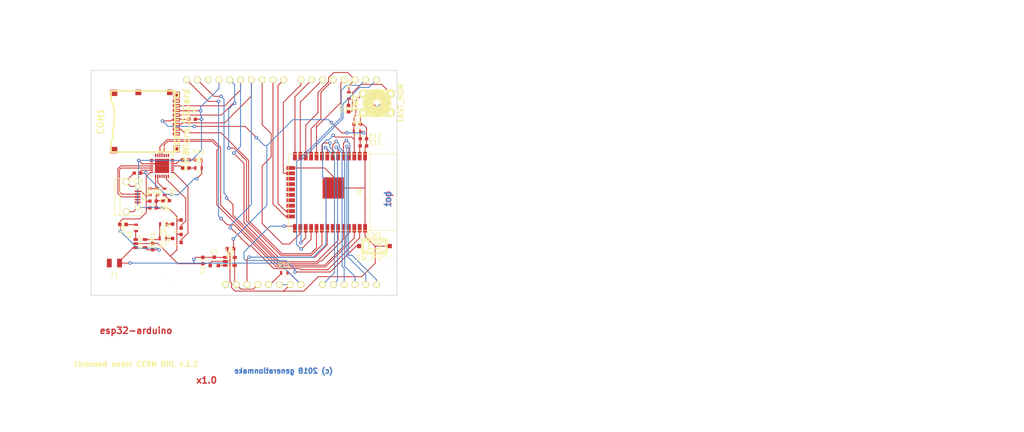
<source format=kicad_pcb>
(kicad_pcb (version 20171130) (host pcbnew 5.0.2-bee76a0~70~ubuntu18.04.1)

  (general
    (thickness 1.6)
    (drawings 13)
    (tracks 565)
    (zones 0)
    (modules 39)
    (nets 51)
  )

  (page A4)
  (title_block
    (title "ArduHMI Shield")
    (date 2018-10-08)
    (rev 1.0)
    (company generationmake)
  )

  (layers
    (0 F.Cu signal)
    (31 B.Cu signal)
    (32 B.Adhes user)
    (33 F.Adhes user)
    (34 B.Paste user)
    (35 F.Paste user)
    (36 B.SilkS user)
    (37 F.SilkS user)
    (38 B.Mask user)
    (39 F.Mask user)
    (40 Dwgs.User user)
    (41 Cmts.User user)
    (42 Eco1.User user)
    (43 Eco2.User user)
    (44 Edge.Cuts user)
    (45 Margin user)
    (46 B.CrtYd user)
    (47 F.CrtYd user)
    (48 B.Fab user)
    (49 F.Fab user)
  )

  (setup
    (last_trace_width 0.2)
    (user_trace_width 0.2)
    (user_trace_width 0.4)
    (user_trace_width 1)
    (trace_clearance 0.2)
    (zone_clearance 0.3)
    (zone_45_only yes)
    (trace_min 0.2)
    (segment_width 0.2)
    (edge_width 0.15)
    (via_size 0.8)
    (via_drill 0.4)
    (via_min_size 0.8)
    (via_min_drill 0.4)
    (uvia_size 0.3)
    (uvia_drill 0.1)
    (uvias_allowed no)
    (uvia_min_size 0.2)
    (uvia_min_drill 0.1)
    (pcb_text_width 0.3)
    (pcb_text_size 1.5 1.5)
    (mod_edge_width 0.15)
    (mod_text_size 1 1)
    (mod_text_width 0.15)
    (pad_size 1.524 1.524)
    (pad_drill 0.762)
    (pad_to_mask_clearance 0.2)
    (solder_mask_min_width 0.25)
    (aux_axis_origin 0 0)
    (visible_elements FFFCFF7F)
    (pcbplotparams
      (layerselection 0x010e0_ffffffff)
      (usegerberextensions true)
      (usegerberattributes false)
      (usegerberadvancedattributes false)
      (creategerberjobfile false)
      (excludeedgelayer true)
      (linewidth 0.100000)
      (plotframeref false)
      (viasonmask true)
      (mode 1)
      (useauxorigin false)
      (hpglpennumber 1)
      (hpglpenspeed 20)
      (hpglpendiameter 15.000000)
      (psnegative false)
      (psa4output false)
      (plotreference true)
      (plotvalue false)
      (plotinvisibletext false)
      (padsonsilk false)
      (subtractmaskfromsilk false)
      (outputformat 1)
      (mirror false)
      (drillshape 0)
      (scaleselection 1)
      (outputdirectory "../gerber/"))
  )

  (net 0 "")
  (net 1 GND)
  (net 2 VIO)
  (net 3 /RESET)
  (net 4 VIN)
  (net 5 +3V3)
  (net 6 "Net-(Q1-Pad3)")
  (net 7 "Net-(CN1-Pad27)")
  (net 8 /BOOT)
  (net 9 +BATT)
  (net 10 /EXT_RX)
  (net 11 /ARDUINO_8)
  (net 12 /ARDUINO_9)
  (net 13 /SPI_CS_EXT)
  (net 14 /SPI_MOSI)
  (net 15 /SPI_MISO)
  (net 16 /SPI_CLK)
  (net 17 /I2C_SDA)
  (net 18 /I2C_SCL)
  (net 19 /EXT_TX)
  (net 20 /ARDUINO_2)
  (net 21 /DAC_1)
  (net 22 /DAC_2)
  (net 23 /ARDUINO_5)
  (net 24 /ARDUINO_6)
  (net 25 /ARDUINO_7)
  (net 26 /ADC_5)
  (net 27 /ADC_4)
  (net 28 /ADC_3)
  (net 29 /ADC_2)
  (net 30 /ADC_1)
  (net 31 /ADC_0)
  (net 32 "Net-(D1-Pad1)")
  (net 33 "Net-(D2-Pad2)")
  (net 34 "Net-(D3-Pad2)")
  (net 35 "Net-(D3-Pad1)")
  (net 36 "Net-(D4-Pad1)")
  (net 37 "Net-(D4-Pad2)")
  (net 38 "Net-(P1-Pad2)")
  (net 39 "Net-(P1-Pad3)")
  (net 40 "Net-(R1-Pad1)")
  (net 41 "Net-(R3-Pad1)")
  (net 42 "Net-(R5-Pad2)")
  (net 43 "Net-(R6-Pad1)")
  (net 44 "Net-(Q2-Pad3)")
  (net 45 "Net-(U1-Pad2)")
  (net 46 /CHR_100MA)
  (net 47 /CHR_500MA)
  (net 48 /TX)
  (net 49 /RX)
  (net 50 /SPI_CS_SD)

  (net_class Default "This is the default net class."
    (clearance 0.2)
    (trace_width 0.2)
    (via_dia 0.8)
    (via_drill 0.4)
    (uvia_dia 0.3)
    (uvia_drill 0.1)
    (add_net +3V3)
    (add_net +BATT)
    (add_net /ADC_0)
    (add_net /ADC_1)
    (add_net /ADC_2)
    (add_net /ADC_3)
    (add_net /ADC_4)
    (add_net /ADC_5)
    (add_net /ARDUINO_2)
    (add_net /ARDUINO_5)
    (add_net /ARDUINO_6)
    (add_net /ARDUINO_7)
    (add_net /ARDUINO_8)
    (add_net /ARDUINO_9)
    (add_net /BOOT)
    (add_net /CHR_100MA)
    (add_net /CHR_500MA)
    (add_net /DAC_1)
    (add_net /DAC_2)
    (add_net /EXT_RX)
    (add_net /EXT_TX)
    (add_net /I2C_SCL)
    (add_net /I2C_SDA)
    (add_net /RESET)
    (add_net /RX)
    (add_net /SPI_CLK)
    (add_net /SPI_CS_EXT)
    (add_net /SPI_CS_SD)
    (add_net /SPI_MISO)
    (add_net /SPI_MOSI)
    (add_net /TX)
    (add_net GND)
    (add_net "Net-(CN1-Pad27)")
    (add_net "Net-(D1-Pad1)")
    (add_net "Net-(D2-Pad2)")
    (add_net "Net-(D3-Pad1)")
    (add_net "Net-(D3-Pad2)")
    (add_net "Net-(D4-Pad1)")
    (add_net "Net-(D4-Pad2)")
    (add_net "Net-(P1-Pad2)")
    (add_net "Net-(P1-Pad3)")
    (add_net "Net-(Q1-Pad3)")
    (add_net "Net-(Q2-Pad3)")
    (add_net "Net-(R1-Pad1)")
    (add_net "Net-(R3-Pad1)")
    (add_net "Net-(R5-Pad2)")
    (add_net "Net-(R6-Pad1)")
    (add_net "Net-(U1-Pad2)")
    (add_net VIN)
    (add_net VIO)
  )

  (net_class ANTENNA ""
    (clearance 1.4)
    (trace_width 2)
    (via_dia 1.1)
    (via_drill 0.5)
    (uvia_dia 0.3)
    (uvia_drill 0.1)
  )

  (module MODULE_compute:ARDUINO (layer F.Cu) (tedit 5BBA2EC6) (tstamp 5C126367)
    (at 54.7 130)
    (descr 2)
    (path /5B0B2CBD)
    (fp_text reference CN1 (at 0 0.5) (layer F.SilkS) hide
      (effects (font (size 1 1) (thickness 0.15)))
    )
    (fp_text value ARDUINO (at 0 -0.5) (layer F.Fab)
      (effects (font (size 1 1) (thickness 0.15)))
    )
    (pad 0 thru_hole circle (at 63.5 -50.8) (size 1.6 1.6) (drill 1) (layers *.Cu *.Mask F.SilkS)
      (net 10 /EXT_RX))
    (pad 8 thru_hole circle (at 41.656 -50.8) (size 1.6 1.6) (drill 1) (layers *.Cu *.Mask F.SilkS)
      (net 11 /ARDUINO_8))
    (pad 9 thru_hole circle (at 39.116 -50.8) (size 1.6 1.6) (drill 1) (layers *.Cu *.Mask F.SilkS)
      (net 12 /ARDUINO_9))
    (pad 10 thru_hole circle (at 36.576 -50.8) (size 1.6 1.6) (drill 1) (layers *.Cu *.Mask F.SilkS)
      (net 13 /SPI_CS_EXT))
    (pad 11 thru_hole circle (at 34.036 -50.8) (size 1.6 1.6) (drill 1) (layers *.Cu *.Mask F.SilkS)
      (net 14 /SPI_MOSI))
    (pad 12 thru_hole circle (at 31.496 -50.8) (size 1.6 1.6) (drill 1) (layers *.Cu *.Mask F.SilkS)
      (net 15 /SPI_MISO))
    (pad 13 thru_hole circle (at 28.956 -50.8) (size 1.6 1.6) (drill 1) (layers *.Cu *.Mask F.SilkS)
      (net 16 /SPI_CLK))
    (pad 14 thru_hole circle (at 26.416 -50.8) (size 1.6 1.6) (drill 1) (layers *.Cu *.Mask F.SilkS)
      (net 1 GND))
    (pad 15 thru_hole circle (at 23.876 -50.8) (size 1.6 1.6) (drill 1) (layers *.Cu *.Mask F.SilkS))
    (pad 16 thru_hole circle (at 21.336 -50.8) (size 1.6 1.6) (drill 1) (layers *.Cu *.Mask F.SilkS)
      (net 17 /I2C_SDA))
    (pad 17 thru_hole circle (at 18.796 -50.8) (size 1.6 1.6) (drill 1) (layers *.Cu *.Mask F.SilkS)
      (net 18 /I2C_SCL))
    (pad 1 thru_hole circle (at 60.96 -50.8) (size 1.6 1.6) (drill 1) (layers *.Cu *.Mask F.SilkS)
      (net 19 /EXT_TX))
    (pad 2 thru_hole circle (at 58.42 -50.8) (size 1.6 1.6) (drill 1) (layers *.Cu *.Mask F.SilkS)
      (net 20 /ARDUINO_2))
    (pad 3 thru_hole circle (at 55.88 -50.8) (size 1.6 1.6) (drill 1) (layers *.Cu *.Mask F.SilkS)
      (net 21 /DAC_1))
    (pad 4 thru_hole circle (at 53.34 -50.8) (size 1.6 1.6) (drill 1) (layers *.Cu *.Mask F.SilkS)
      (net 22 /DAC_2))
    (pad 5 thru_hole circle (at 50.8 -50.8) (size 1.6 1.6) (drill 1) (layers *.Cu *.Mask F.SilkS)
      (net 23 /ARDUINO_5))
    (pad 6 thru_hole circle (at 48.26 -50.8) (size 1.6 1.6) (drill 1) (layers *.Cu *.Mask F.SilkS)
      (net 24 /ARDUINO_6))
    (pad 7 thru_hole circle (at 45.72 -50.8) (size 1.6 1.6) (drill 1) (layers *.Cu *.Mask F.SilkS)
      (net 25 /ARDUINO_7))
    (pad 24 thru_hole circle (at 45.72 -2.54) (size 1.6 1.6) (drill 1) (layers *.Cu *.Mask F.SilkS)
      (net 9 +BATT))
    (pad 25 thru_hole circle (at 43.18 -2.54) (size 1.6 1.6) (drill 1) (layers *.Cu *.Mask F.SilkS)
      (net 1 GND))
    (pad 26 thru_hole circle (at 40.64 -2.54) (size 1.6 1.6) (drill 1) (layers *.Cu *.Mask F.SilkS)
      (net 1 GND))
    (pad 27 thru_hole circle (at 38.1 -2.54) (size 1.6 1.6) (drill 1) (layers *.Cu *.Mask F.SilkS)
      (net 7 "Net-(CN1-Pad27)"))
    (pad 28 thru_hole circle (at 35.56 -2.54) (size 1.6 1.6) (drill 1) (layers *.Cu *.Mask F.SilkS)
      (net 5 +3V3))
    (pad 29 thru_hole circle (at 33.02 -2.54) (size 1.6 1.6) (drill 1) (layers *.Cu *.Mask F.SilkS)
      (net 3 /RESET))
    (pad 30 thru_hole circle (at 30.48 -2.54) (size 1.6 1.6) (drill 1) (layers *.Cu *.Mask F.SilkS)
      (net 5 +3V3))
    (pad 31 thru_hole circle (at 27.94 -2.54) (size 1.6 1.6) (drill 1) (layers *.Cu *.Mask F.SilkS))
    (pad 18 thru_hole circle (at 63.5 -2.54) (size 1.6 1.6) (drill 1) (layers *.Cu *.Mask F.SilkS)
      (net 26 /ADC_5))
    (pad 19 thru_hole circle (at 60.96 -2.54) (size 1.6 1.6) (drill 1) (layers *.Cu *.Mask F.SilkS)
      (net 27 /ADC_4))
    (pad 20 thru_hole circle (at 58.42 -2.54) (size 1.6 1.6) (drill 1) (layers *.Cu *.Mask F.SilkS)
      (net 28 /ADC_3))
    (pad 21 thru_hole circle (at 55.88 -2.54) (size 1.6 1.6) (drill 1) (layers *.Cu *.Mask F.SilkS)
      (net 29 /ADC_2))
    (pad 22 thru_hole circle (at 53.34 -2.54) (size 1.6 1.6) (drill 1) (layers *.Cu *.Mask F.SilkS)
      (net 30 /ADC_1))
    (pad 23 thru_hole circle (at 50.8 -2.54) (size 1.6 1.6) (drill 1) (layers *.Cu *.Mask F.SilkS)
      (net 31 /ADC_0))
    (pad "" np_thru_hole circle (at 13.97 -2.54) (size 3.175 3.175) (drill 3.175) (layers *.Cu *.Mask F.SilkS))
    (pad "" np_thru_hole circle (at 15.24 -50.8) (size 3.175 3.175) (drill 3.175) (layers *.Cu *.Mask F.SilkS))
    (pad "" np_thru_hole circle (at 66.04 -7.62) (size 3.175 3.175) (drill 3.175) (layers *.Cu *.Mask F.SilkS))
    (pad "" np_thru_hole circle (at 66.04 -35.56) (size 3.175 3.175) (drill 3.175) (layers *.Cu *.Mask F.SilkS))
    (model ${KISYS3DMOD}/CON_samtec/SSW-106-03-T-S.stp
      (offset (xyz 57 2.5 0))
      (scale (xyz 1 1 1))
      (rotate (xyz -90 0 0))
    )
    (model ${KISYS3DMOD}/CON_samtec/SSW-108-03-T-S.stp
      (offset (xyz 37 2.5 0))
      (scale (xyz 1 1 1))
      (rotate (xyz -90 0 0))
    )
    (model ${KISYS3DMOD}/CON_samtec/SSW-108-03-T-S.stp
      (offset (xyz 54.7 50.5 0))
      (scale (xyz 1 1 1))
      (rotate (xyz -90 0 0))
    )
    (model ${KISYS3DMOD}/CON_samtec/SSW-110-03-T-S.stp
      (offset (xyz 30.3 50.5 0))
      (scale (xyz 1 1 1))
      (rotate (xyz -90 0 0))
    )
  )

  (module capacitors:C_0603 (layer F.Cu) (tedit 5415D631) (tstamp 5BB4F755)
    (at 65.5 118.5 90)
    (descr "Capacitor SMD 0603, reflow soldering, AVX (see smccp.pdf)")
    (tags "capacitor 0603")
    (path /5C107C25)
    (attr smd)
    (fp_text reference C1 (at 2.45 0.05 90) (layer F.SilkS)
      (effects (font (size 1 1) (thickness 0.15)))
    )
    (fp_text value 1u (at 0 1.9 90) (layer F.Fab)
      (effects (font (size 1 1) (thickness 0.15)))
    )
    (fp_line (start 0.35 0.6) (end -0.35 0.6) (layer F.SilkS) (width 0.15))
    (fp_line (start -0.35 -0.6) (end 0.35 -0.6) (layer F.SilkS) (width 0.15))
    (fp_line (start 1.45 -0.75) (end 1.45 0.75) (layer F.CrtYd) (width 0.05))
    (fp_line (start -1.45 -0.75) (end -1.45 0.75) (layer F.CrtYd) (width 0.05))
    (fp_line (start -1.45 0.75) (end 1.45 0.75) (layer F.CrtYd) (width 0.05))
    (fp_line (start -1.45 -0.75) (end 1.45 -0.75) (layer F.CrtYd) (width 0.05))
    (pad 2 smd rect (at 0.75 0 90) (size 0.8 0.75) (layers F.Cu F.Paste F.Mask)
      (net 1 GND))
    (pad 1 smd rect (at -0.75 0 90) (size 0.8 0.75) (layers F.Cu F.Paste F.Mask)
      (net 4 VIN))
    (model capacitors.3dshapes/C_0603.wrl
      (at (xyz 0 0 0))
      (scale (xyz 1 1 1))
      (rotate (xyz 0 0 0))
    )
  )

  (module capacitors:C_0603 (layer F.Cu) (tedit 5415D631) (tstamp 5BB4F694)
    (at 77.3 121.8 270)
    (descr "Capacitor SMD 0603, reflow soldering, AVX (see smccp.pdf)")
    (tags "capacitor 0603")
    (path /5BB72CE9)
    (attr smd)
    (fp_text reference C2 (at 2.35 0 270) (layer F.SilkS)
      (effects (font (size 1 1) (thickness 0.15)))
    )
    (fp_text value 1u (at 0 1.9 270) (layer F.Fab)
      (effects (font (size 1 1) (thickness 0.15)))
    )
    (fp_line (start 0.35 0.6) (end -0.35 0.6) (layer F.SilkS) (width 0.15))
    (fp_line (start -0.35 -0.6) (end 0.35 -0.6) (layer F.SilkS) (width 0.15))
    (fp_line (start 1.45 -0.75) (end 1.45 0.75) (layer F.CrtYd) (width 0.05))
    (fp_line (start -1.45 -0.75) (end -1.45 0.75) (layer F.CrtYd) (width 0.05))
    (fp_line (start -1.45 0.75) (end 1.45 0.75) (layer F.CrtYd) (width 0.05))
    (fp_line (start -1.45 -0.75) (end 1.45 -0.75) (layer F.CrtYd) (width 0.05))
    (pad 2 smd rect (at 0.75 0 270) (size 0.8 0.75) (layers F.Cu F.Paste F.Mask)
      (net 1 GND))
    (pad 1 smd rect (at -0.75 0 270) (size 0.8 0.75) (layers F.Cu F.Paste F.Mask)
      (net 9 +BATT))
    (model capacitors.3dshapes/C_0603.wrl
      (at (xyz 0 0 0))
      (scale (xyz 1 1 1))
      (rotate (xyz 0 0 0))
    )
  )

  (module resistors:R_0603 (layer F.Cu) (tedit 5415CC62) (tstamp 5B4D0FB5)
    (at 61.6 114.1 90)
    (descr "Resistor SMD 0603, reflow soldering, Vishay (see dcrcw.pdf)")
    (tags "resistor 0603")
    (path /5BEF46DB)
    (attr smd)
    (fp_text reference R1 (at -1.6 -1.5 90) (layer F.SilkS)
      (effects (font (size 1 1) (thickness 0.15)))
    )
    (fp_text value 1k (at 0 1.9 90) (layer F.Fab)
      (effects (font (size 1 1) (thickness 0.15)))
    )
    (fp_line (start -0.5 -0.675) (end 0.5 -0.675) (layer F.SilkS) (width 0.15))
    (fp_line (start 0.5 0.675) (end -0.5 0.675) (layer F.SilkS) (width 0.15))
    (fp_line (start 1.3 -0.8) (end 1.3 0.8) (layer F.CrtYd) (width 0.05))
    (fp_line (start -1.3 -0.8) (end -1.3 0.8) (layer F.CrtYd) (width 0.05))
    (fp_line (start -1.3 0.8) (end 1.3 0.8) (layer F.CrtYd) (width 0.05))
    (fp_line (start -1.3 -0.8) (end 1.3 -0.8) (layer F.CrtYd) (width 0.05))
    (pad 2 smd rect (at 0.75 0 90) (size 0.5 0.9) (layers F.Cu F.Paste F.Mask)
      (net 32 "Net-(D1-Pad1)"))
    (pad 1 smd rect (at -0.75 0 90) (size 0.5 0.9) (layers F.Cu F.Paste F.Mask)
      (net 40 "Net-(R1-Pad1)"))
    (model resistors.3dshapes/R_0603.wrl
      (at (xyz 0 0 0))
      (scale (xyz 1 1 1))
      (rotate (xyz 0 0 0))
    )
  )

  (module resistors:R_0603 (layer F.Cu) (tedit 5415CC62) (tstamp 5B4D0FC0)
    (at 111.7 82.9 90)
    (descr "Resistor SMD 0603, reflow soldering, Vishay (see dcrcw.pdf)")
    (tags "resistor 0603")
    (path /5C16FB51)
    (attr smd)
    (fp_text reference R2 (at 2.7 0 90) (layer F.SilkS)
      (effects (font (size 1 1) (thickness 0.15)))
    )
    (fp_text value 1k (at 0 1.9 90) (layer F.Fab)
      (effects (font (size 1 1) (thickness 0.15)))
    )
    (fp_line (start -0.5 -0.675) (end 0.5 -0.675) (layer F.SilkS) (width 0.15))
    (fp_line (start 0.5 0.675) (end -0.5 0.675) (layer F.SilkS) (width 0.15))
    (fp_line (start 1.3 -0.8) (end 1.3 0.8) (layer F.CrtYd) (width 0.05))
    (fp_line (start -1.3 -0.8) (end -1.3 0.8) (layer F.CrtYd) (width 0.05))
    (fp_line (start -1.3 0.8) (end 1.3 0.8) (layer F.CrtYd) (width 0.05))
    (fp_line (start -1.3 -0.8) (end 1.3 -0.8) (layer F.CrtYd) (width 0.05))
    (pad 2 smd rect (at 0.75 0 90) (size 0.5 0.9) (layers F.Cu F.Paste F.Mask)
      (net 20 /ARDUINO_2))
    (pad 1 smd rect (at -0.75 0 90) (size 0.5 0.9) (layers F.Cu F.Paste F.Mask)
      (net 33 "Net-(D2-Pad2)"))
    (model resistors.3dshapes/R_0603.wrl
      (at (xyz 0 0 0))
      (scale (xyz 1 1 1))
      (rotate (xyz 0 0 0))
    )
  )

  (module capacitors:C_0603 (layer F.Cu) (tedit 5415D631) (tstamp 5BB4CE8D)
    (at 65.6 107.8)
    (descr "Capacitor SMD 0603, reflow soldering, AVX (see smccp.pdf)")
    (tags "capacitor 0603")
    (path /5C167AB0)
    (attr smd)
    (fp_text reference C3 (at 2.55 0.05) (layer F.SilkS)
      (effects (font (size 1 1) (thickness 0.15)))
    )
    (fp_text value 10u (at 0 1.9) (layer F.Fab)
      (effects (font (size 1 1) (thickness 0.15)))
    )
    (fp_line (start 0.35 0.6) (end -0.35 0.6) (layer F.SilkS) (width 0.15))
    (fp_line (start -0.35 -0.6) (end 0.35 -0.6) (layer F.SilkS) (width 0.15))
    (fp_line (start 1.45 -0.75) (end 1.45 0.75) (layer F.CrtYd) (width 0.05))
    (fp_line (start -1.45 -0.75) (end -1.45 0.75) (layer F.CrtYd) (width 0.05))
    (fp_line (start -1.45 0.75) (end 1.45 0.75) (layer F.CrtYd) (width 0.05))
    (fp_line (start -1.45 -0.75) (end 1.45 -0.75) (layer F.CrtYd) (width 0.05))
    (pad 2 smd rect (at 0.75 0) (size 0.8 0.75) (layers F.Cu F.Paste F.Mask)
      (net 1 GND))
    (pad 1 smd rect (at -0.75 0) (size 0.8 0.75) (layers F.Cu F.Paste F.Mask)
      (net 4 VIN))
    (model capacitors.3dshapes/C_0603.wrl
      (at (xyz 0 0 0))
      (scale (xyz 1 1 1))
      (rotate (xyz 0 0 0))
    )
  )

  (module capacitors:C_0603 (layer F.Cu) (tedit 5415D631) (tstamp 5BB4CE4B)
    (at 65.6 109.4)
    (descr "Capacitor SMD 0603, reflow soldering, AVX (see smccp.pdf)")
    (tags "capacitor 0603")
    (path /5C167B88)
    (attr smd)
    (fp_text reference C4 (at 2.55 0) (layer F.SilkS)
      (effects (font (size 1 1) (thickness 0.15)))
    )
    (fp_text value 100n (at 0 1.9) (layer F.Fab)
      (effects (font (size 1 1) (thickness 0.15)))
    )
    (fp_line (start 0.35 0.6) (end -0.35 0.6) (layer F.SilkS) (width 0.15))
    (fp_line (start -0.35 -0.6) (end 0.35 -0.6) (layer F.SilkS) (width 0.15))
    (fp_line (start 1.45 -0.75) (end 1.45 0.75) (layer F.CrtYd) (width 0.05))
    (fp_line (start -1.45 -0.75) (end -1.45 0.75) (layer F.CrtYd) (width 0.05))
    (fp_line (start -1.45 0.75) (end 1.45 0.75) (layer F.CrtYd) (width 0.05))
    (fp_line (start -1.45 -0.75) (end 1.45 -0.75) (layer F.CrtYd) (width 0.05))
    (pad 2 smd rect (at 0.75 0) (size 0.8 0.75) (layers F.Cu F.Paste F.Mask)
      (net 1 GND))
    (pad 1 smd rect (at -0.75 0) (size 0.8 0.75) (layers F.Cu F.Paste F.Mask)
      (net 4 VIN))
    (model capacitors.3dshapes/C_0603.wrl
      (at (xyz 0 0 0))
      (scale (xyz 1 1 1))
      (rotate (xyz 0 0 0))
    )
  )

  (module capacitors:C_0603 (layer F.Cu) (tedit 5415D631) (tstamp 5BB681C3)
    (at 115.1 93.1)
    (descr "Capacitor SMD 0603, reflow soldering, AVX (see smccp.pdf)")
    (tags "capacitor 0603")
    (path /5C0F5879)
    (attr smd)
    (fp_text reference C10 (at 2.8 -0.6) (layer F.SilkS)
      (effects (font (size 1 1) (thickness 0.15)))
    )
    (fp_text value 10u (at 0 1.9) (layer F.Fab)
      (effects (font (size 1 1) (thickness 0.15)))
    )
    (fp_line (start 0.35 0.6) (end -0.35 0.6) (layer F.SilkS) (width 0.15))
    (fp_line (start -0.35 -0.6) (end 0.35 -0.6) (layer F.SilkS) (width 0.15))
    (fp_line (start 1.45 -0.75) (end 1.45 0.75) (layer F.CrtYd) (width 0.05))
    (fp_line (start -1.45 -0.75) (end -1.45 0.75) (layer F.CrtYd) (width 0.05))
    (fp_line (start -1.45 0.75) (end 1.45 0.75) (layer F.CrtYd) (width 0.05))
    (fp_line (start -1.45 -0.75) (end 1.45 -0.75) (layer F.CrtYd) (width 0.05))
    (pad 2 smd rect (at 0.75 0) (size 0.8 0.75) (layers F.Cu F.Paste F.Mask)
      (net 1 GND))
    (pad 1 smd rect (at -0.75 0) (size 0.8 0.75) (layers F.Cu F.Paste F.Mask)
      (net 5 +3V3))
    (model capacitors.3dshapes/C_0603.wrl
      (at (xyz 0 0 0))
      (scale (xyz 1 1 1))
      (rotate (xyz 0 0 0))
    )
  )

  (module capacitors:C_0603 (layer F.Cu) (tedit 5415D631) (tstamp 5C126F2D)
    (at 115.1 94.8)
    (descr "Capacitor SMD 0603, reflow soldering, AVX (see smccp.pdf)")
    (tags "capacitor 0603")
    (path /5C0F56AF)
    (attr smd)
    (fp_text reference C11 (at 2.8 -0.8) (layer F.SilkS)
      (effects (font (size 1 1) (thickness 0.15)))
    )
    (fp_text value 100n (at 0 1.9) (layer F.Fab)
      (effects (font (size 1 1) (thickness 0.15)))
    )
    (fp_line (start -1.45 -0.75) (end 1.45 -0.75) (layer F.CrtYd) (width 0.05))
    (fp_line (start -1.45 0.75) (end 1.45 0.75) (layer F.CrtYd) (width 0.05))
    (fp_line (start -1.45 -0.75) (end -1.45 0.75) (layer F.CrtYd) (width 0.05))
    (fp_line (start 1.45 -0.75) (end 1.45 0.75) (layer F.CrtYd) (width 0.05))
    (fp_line (start -0.35 -0.6) (end 0.35 -0.6) (layer F.SilkS) (width 0.15))
    (fp_line (start 0.35 0.6) (end -0.35 0.6) (layer F.SilkS) (width 0.15))
    (pad 1 smd rect (at -0.75 0) (size 0.8 0.75) (layers F.Cu F.Paste F.Mask)
      (net 5 +3V3))
    (pad 2 smd rect (at 0.75 0) (size 0.8 0.75) (layers F.Cu F.Paste F.Mask)
      (net 1 GND))
    (model capacitors.3dshapes/C_0603.wrl
      (at (xyz 0 0 0))
      (scale (xyz 1 1 1))
      (rotate (xyz 0 0 0))
    )
  )

  (module LEDs:LED_0603 (layer F.Cu) (tedit 5BA75E43) (tstamp 5BBAA973)
    (at 58.5 113.3 180)
    (descr "LED 0603 smd package")
    (tags "LED led 0603 SMD smd SMT smt smdled SMDLED smtled SMTLED")
    (path /5BEF49F3)
    (attr smd)
    (fp_text reference D1 (at 0 -1.5 180) (layer F.SilkS)
      (effects (font (size 1 1) (thickness 0.15)))
    )
    (fp_text value green (at 0 1.5 180) (layer F.Fab)
      (effects (font (size 1 1) (thickness 0.15)))
    )
    (fp_line (start -1.1 0.55) (end 0.8 0.55) (layer F.SilkS) (width 0.15))
    (fp_line (start -1.1 -0.55) (end 0.8 -0.55) (layer F.SilkS) (width 0.15))
    (fp_line (start -0.2 0) (end 0.25 0) (layer F.SilkS) (width 0.15))
    (fp_line (start -0.25 -0.25) (end -0.25 0.25) (layer F.SilkS) (width 0.15))
    (fp_line (start -0.25 0) (end 0 -0.25) (layer F.SilkS) (width 0.15))
    (fp_line (start 0 -0.25) (end 0 0.25) (layer F.SilkS) (width 0.15))
    (fp_line (start 0 0.25) (end -0.25 0) (layer F.SilkS) (width 0.15))
    (fp_line (start 1.4 -0.75) (end 1.4 0.75) (layer F.CrtYd) (width 0.05))
    (fp_line (start 1.4 0.75) (end -1.4 0.75) (layer F.CrtYd) (width 0.05))
    (fp_line (start -1.4 0.75) (end -1.4 -0.75) (layer F.CrtYd) (width 0.05))
    (fp_line (start -1.4 -0.75) (end 1.4 -0.75) (layer F.CrtYd) (width 0.05))
    (pad 2 smd rect (at 0.7493 0) (size 0.79756 0.79756) (layers F.Cu F.Paste F.Mask)
      (net 4 VIN))
    (pad 1 smd rect (at -0.7493 0) (size 0.79756 0.79756) (layers F.Cu F.Paste F.Mask)
      (net 32 "Net-(D1-Pad1)"))
    (model LED_SMD.3dshapes/LED_0603_1608Metric.wrl
      (at (xyz 0 0 0))
      (scale (xyz 1 1 1))
      (rotate (xyz 0 0 180))
    )
  )

  (module SOT_TO:SOT-23-5 (layer F.Cu) (tedit 55360473) (tstamp 5BBAA985)
    (at 62.6 117.8)
    (descr "5-pin SOT23 package")
    (tags SOT-23-5)
    (path /5C0DE0E1)
    (attr smd)
    (fp_text reference U2 (at 2.7 -0.1 90) (layer F.SilkS)
      (effects (font (size 1 1) (thickness 0.15)))
    )
    (fp_text value MCP73831 (at -0.05 2.35) (layer F.Fab)
      (effects (font (size 1 1) (thickness 0.15)))
    )
    (fp_line (start -1.8 -1.6) (end 1.8 -1.6) (layer F.CrtYd) (width 0.05))
    (fp_line (start 1.8 -1.6) (end 1.8 1.6) (layer F.CrtYd) (width 0.05))
    (fp_line (start 1.8 1.6) (end -1.8 1.6) (layer F.CrtYd) (width 0.05))
    (fp_line (start -1.8 1.6) (end -1.8 -1.6) (layer F.CrtYd) (width 0.05))
    (fp_circle (center -0.3 -1.7) (end -0.2 -1.7) (layer F.SilkS) (width 0.15))
    (fp_line (start 0.25 -1.45) (end -0.25 -1.45) (layer F.SilkS) (width 0.15))
    (fp_line (start 0.25 1.45) (end 0.25 -1.45) (layer F.SilkS) (width 0.15))
    (fp_line (start -0.25 1.45) (end 0.25 1.45) (layer F.SilkS) (width 0.15))
    (fp_line (start -0.25 -1.45) (end -0.25 1.45) (layer F.SilkS) (width 0.15))
    (pad 1 smd rect (at -1.1 -0.95) (size 1.06 0.65) (layers F.Cu F.Paste F.Mask)
      (net 40 "Net-(R1-Pad1)"))
    (pad 2 smd rect (at -1.1 0) (size 1.06 0.65) (layers F.Cu F.Paste F.Mask)
      (net 1 GND))
    (pad 3 smd rect (at -1.1 0.95) (size 1.06 0.65) (layers F.Cu F.Paste F.Mask)
      (net 9 +BATT))
    (pad 4 smd rect (at 1.1 0.95) (size 1.06 0.65) (layers F.Cu F.Paste F.Mask)
      (net 4 VIN))
    (pad 5 smd rect (at 1.1 -0.95) (size 1.06 0.65) (layers F.Cu F.Paste F.Mask)
      (net 42 "Net-(R5-Pad2)"))
    (model TO_SOT_Packages_SMD.3dshapes/SOT-23-5.wrl
      (at (xyz 0 0 0))
      (scale (xyz 1 1 1))
      (rotate (xyz 0 0 0))
    )
  )

  (module capacitors:C_0603 (layer F.Cu) (tedit 5415D631) (tstamp 5C0EFE5C)
    (at 68.7 107.7 180)
    (descr "Capacitor SMD 0603, reflow soldering, AVX (see smccp.pdf)")
    (tags "capacitor 0603")
    (path /5C186932)
    (attr smd)
    (fp_text reference C5 (at 0 -1.9 180) (layer F.SilkS)
      (effects (font (size 1 1) (thickness 0.15)))
    )
    (fp_text value 10u (at 0 1.9 180) (layer F.Fab)
      (effects (font (size 1 1) (thickness 0.15)))
    )
    (fp_line (start -1.45 -0.75) (end 1.45 -0.75) (layer F.CrtYd) (width 0.05))
    (fp_line (start -1.45 0.75) (end 1.45 0.75) (layer F.CrtYd) (width 0.05))
    (fp_line (start -1.45 -0.75) (end -1.45 0.75) (layer F.CrtYd) (width 0.05))
    (fp_line (start 1.45 -0.75) (end 1.45 0.75) (layer F.CrtYd) (width 0.05))
    (fp_line (start -0.35 -0.6) (end 0.35 -0.6) (layer F.SilkS) (width 0.15))
    (fp_line (start 0.35 0.6) (end -0.35 0.6) (layer F.SilkS) (width 0.15))
    (pad 1 smd rect (at -0.75 0 180) (size 0.8 0.75) (layers F.Cu F.Paste F.Mask)
      (net 2 VIO))
    (pad 2 smd rect (at 0.75 0 180) (size 0.8 0.75) (layers F.Cu F.Paste F.Mask)
      (net 1 GND))
    (model capacitors.3dshapes/C_0603.wrl
      (at (xyz 0 0 0))
      (scale (xyz 1 1 1))
      (rotate (xyz 0 0 0))
    )
  )

  (module capacitors:C_0603 (layer F.Cu) (tedit 5415D631) (tstamp 5C0EFE68)
    (at 61.9 101.2 180)
    (descr "Capacitor SMD 0603, reflow soldering, AVX (see smccp.pdf)")
    (tags "capacitor 0603")
    (path /5C1868D0)
    (attr smd)
    (fp_text reference C6 (at 0 -1.9 180) (layer F.SilkS)
      (effects (font (size 1 1) (thickness 0.15)))
    )
    (fp_text value 100n (at 0 1.9 180) (layer F.Fab)
      (effects (font (size 1 1) (thickness 0.15)))
    )
    (fp_line (start 0.35 0.6) (end -0.35 0.6) (layer F.SilkS) (width 0.15))
    (fp_line (start -0.35 -0.6) (end 0.35 -0.6) (layer F.SilkS) (width 0.15))
    (fp_line (start 1.45 -0.75) (end 1.45 0.75) (layer F.CrtYd) (width 0.05))
    (fp_line (start -1.45 -0.75) (end -1.45 0.75) (layer F.CrtYd) (width 0.05))
    (fp_line (start -1.45 0.75) (end 1.45 0.75) (layer F.CrtYd) (width 0.05))
    (fp_line (start -1.45 -0.75) (end 1.45 -0.75) (layer F.CrtYd) (width 0.05))
    (pad 2 smd rect (at 0.75 0 180) (size 0.8 0.75) (layers F.Cu F.Paste F.Mask)
      (net 1 GND))
    (pad 1 smd rect (at -0.75 0 180) (size 0.8 0.75) (layers F.Cu F.Paste F.Mask)
      (net 2 VIO))
    (model capacitors.3dshapes/C_0603.wrl
      (at (xyz 0 0 0))
      (scale (xyz 1 1 1))
      (rotate (xyz 0 0 0))
    )
  )

  (module capacitors:C_0603 (layer F.Cu) (tedit 5415D631) (tstamp 5C0EFE74)
    (at 83.8 119 180)
    (descr "Capacitor SMD 0603, reflow soldering, AVX (see smccp.pdf)")
    (tags "capacitor 0603")
    (path /5BB72DA3)
    (attr smd)
    (fp_text reference C7 (at 0 -1.9 180) (layer F.SilkS)
      (effects (font (size 1 1) (thickness 0.15)))
    )
    (fp_text value 1u (at 0 1.9 180) (layer F.Fab)
      (effects (font (size 1 1) (thickness 0.15)))
    )
    (fp_line (start -1.45 -0.75) (end 1.45 -0.75) (layer F.CrtYd) (width 0.05))
    (fp_line (start -1.45 0.75) (end 1.45 0.75) (layer F.CrtYd) (width 0.05))
    (fp_line (start -1.45 -0.75) (end -1.45 0.75) (layer F.CrtYd) (width 0.05))
    (fp_line (start 1.45 -0.75) (end 1.45 0.75) (layer F.CrtYd) (width 0.05))
    (fp_line (start -0.35 -0.6) (end 0.35 -0.6) (layer F.SilkS) (width 0.15))
    (fp_line (start 0.35 0.6) (end -0.35 0.6) (layer F.SilkS) (width 0.15))
    (pad 1 smd rect (at -0.75 0 180) (size 0.8 0.75) (layers F.Cu F.Paste F.Mask)
      (net 5 +3V3))
    (pad 2 smd rect (at 0.75 0 180) (size 0.8 0.75) (layers F.Cu F.Paste F.Mask)
      (net 1 GND))
    (model capacitors.3dshapes/C_0603.wrl
      (at (xyz 0 0 0))
      (scale (xyz 1 1 1))
      (rotate (xyz 0 0 0))
    )
  )

  (module capacitors:C_0603 (layer F.Cu) (tedit 5415D631) (tstamp 5C1261B6)
    (at 74.8 88.5)
    (descr "Capacitor SMD 0603, reflow soldering, AVX (see smccp.pdf)")
    (tags "capacitor 0603")
    (path /5C166E4C)
    (attr smd)
    (fp_text reference C8 (at 0 -1.9) (layer F.SilkS)
      (effects (font (size 1 1) (thickness 0.15)))
    )
    (fp_text value 100n (at 0 1.9) (layer F.Fab)
      (effects (font (size 1 1) (thickness 0.15)))
    )
    (fp_line (start 0.35 0.6) (end -0.35 0.6) (layer F.SilkS) (width 0.15))
    (fp_line (start -0.35 -0.6) (end 0.35 -0.6) (layer F.SilkS) (width 0.15))
    (fp_line (start 1.45 -0.75) (end 1.45 0.75) (layer F.CrtYd) (width 0.05))
    (fp_line (start -1.45 -0.75) (end -1.45 0.75) (layer F.CrtYd) (width 0.05))
    (fp_line (start -1.45 0.75) (end 1.45 0.75) (layer F.CrtYd) (width 0.05))
    (fp_line (start -1.45 -0.75) (end 1.45 -0.75) (layer F.CrtYd) (width 0.05))
    (pad 2 smd rect (at 0.75 0) (size 0.8 0.75) (layers F.Cu F.Paste F.Mask)
      (net 1 GND))
    (pad 1 smd rect (at -0.75 0) (size 0.8 0.75) (layers F.Cu F.Paste F.Mask)
      (net 5 +3V3))
    (model capacitors.3dshapes/C_0603.wrl
      (at (xyz 0 0 0))
      (scale (xyz 1 1 1))
      (rotate (xyz 0 0 0))
    )
  )

  (module capacitors:C_0603 (layer F.Cu) (tedit 5415D631) (tstamp 5C0EFE8C)
    (at 113.65 89.7)
    (descr "Capacitor SMD 0603, reflow soldering, AVX (see smccp.pdf)")
    (tags "capacitor 0603")
    (path /5C122B0F)
    (attr smd)
    (fp_text reference C9 (at 0 -1.9) (layer F.SilkS)
      (effects (font (size 1 1) (thickness 0.15)))
    )
    (fp_text value 100n (at 0 1.9) (layer F.Fab)
      (effects (font (size 1 1) (thickness 0.15)))
    )
    (fp_line (start -1.45 -0.75) (end 1.45 -0.75) (layer F.CrtYd) (width 0.05))
    (fp_line (start -1.45 0.75) (end 1.45 0.75) (layer F.CrtYd) (width 0.05))
    (fp_line (start -1.45 -0.75) (end -1.45 0.75) (layer F.CrtYd) (width 0.05))
    (fp_line (start 1.45 -0.75) (end 1.45 0.75) (layer F.CrtYd) (width 0.05))
    (fp_line (start -0.35 -0.6) (end 0.35 -0.6) (layer F.SilkS) (width 0.15))
    (fp_line (start 0.35 0.6) (end -0.35 0.6) (layer F.SilkS) (width 0.15))
    (pad 1 smd rect (at -0.75 0) (size 0.8 0.75) (layers F.Cu F.Paste F.Mask)
      (net 3 /RESET))
    (pad 2 smd rect (at 0.75 0) (size 0.8 0.75) (layers F.Cu F.Paste F.Mask)
      (net 1 GND))
    (model capacitors.3dshapes/C_0603.wrl
      (at (xyz 0 0 0))
      (scale (xyz 1 1 1))
      (rotate (xyz 0 0 0))
    )
  )

  (module LEDs:LED_0603 (layer F.Cu) (tedit 5BA75E43) (tstamp 5C0EFE9D)
    (at 111.6 86 90)
    (descr "LED 0603 smd package")
    (tags "LED led 0603 SMD smd SMT smt smdled SMDLED smtled SMTLED")
    (path /5C16FBF3)
    (attr smd)
    (fp_text reference D2 (at 0 -1.5 90) (layer F.SilkS)
      (effects (font (size 1 1) (thickness 0.15)))
    )
    (fp_text value green (at 0 1.5 90) (layer F.Fab)
      (effects (font (size 1 1) (thickness 0.15)))
    )
    (fp_line (start -1.1 0.55) (end 0.8 0.55) (layer F.SilkS) (width 0.15))
    (fp_line (start -1.1 -0.55) (end 0.8 -0.55) (layer F.SilkS) (width 0.15))
    (fp_line (start -0.2 0) (end 0.25 0) (layer F.SilkS) (width 0.15))
    (fp_line (start -0.25 -0.25) (end -0.25 0.25) (layer F.SilkS) (width 0.15))
    (fp_line (start -0.25 0) (end 0 -0.25) (layer F.SilkS) (width 0.15))
    (fp_line (start 0 -0.25) (end 0 0.25) (layer F.SilkS) (width 0.15))
    (fp_line (start 0 0.25) (end -0.25 0) (layer F.SilkS) (width 0.15))
    (fp_line (start 1.4 -0.75) (end 1.4 0.75) (layer F.CrtYd) (width 0.05))
    (fp_line (start 1.4 0.75) (end -1.4 0.75) (layer F.CrtYd) (width 0.05))
    (fp_line (start -1.4 0.75) (end -1.4 -0.75) (layer F.CrtYd) (width 0.05))
    (fp_line (start -1.4 -0.75) (end 1.4 -0.75) (layer F.CrtYd) (width 0.05))
    (pad 2 smd rect (at 0.7493 0 270) (size 0.79756 0.79756) (layers F.Cu F.Paste F.Mask)
      (net 33 "Net-(D2-Pad2)"))
    (pad 1 smd rect (at -0.7493 0 270) (size 0.79756 0.79756) (layers F.Cu F.Paste F.Mask)
      (net 1 GND))
    (model LED_SMD.3dshapes/LED_0603_1608Metric.wrl
      (at (xyz 0 0 0))
      (scale (xyz 1 1 1))
      (rotate (xyz 0 0 180))
    )
  )

  (module LEDs:LED_0603 (layer F.Cu) (tedit 5BA75E43) (tstamp 5C0EFEAE)
    (at 73.3 100)
    (descr "LED 0603 smd package")
    (tags "LED led 0603 SMD smd SMT smt smdled SMDLED smtled SMTLED")
    (path /5C2545A9)
    (attr smd)
    (fp_text reference D3 (at 0 -1.5) (layer F.SilkS)
      (effects (font (size 1 1) (thickness 0.15)))
    )
    (fp_text value green (at 0 1.5) (layer F.Fab)
      (effects (font (size 1 1) (thickness 0.15)))
    )
    (fp_line (start -1.1 0.55) (end 0.8 0.55) (layer F.SilkS) (width 0.15))
    (fp_line (start -1.1 -0.55) (end 0.8 -0.55) (layer F.SilkS) (width 0.15))
    (fp_line (start -0.2 0) (end 0.25 0) (layer F.SilkS) (width 0.15))
    (fp_line (start -0.25 -0.25) (end -0.25 0.25) (layer F.SilkS) (width 0.15))
    (fp_line (start -0.25 0) (end 0 -0.25) (layer F.SilkS) (width 0.15))
    (fp_line (start 0 -0.25) (end 0 0.25) (layer F.SilkS) (width 0.15))
    (fp_line (start 0 0.25) (end -0.25 0) (layer F.SilkS) (width 0.15))
    (fp_line (start 1.4 -0.75) (end 1.4 0.75) (layer F.CrtYd) (width 0.05))
    (fp_line (start 1.4 0.75) (end -1.4 0.75) (layer F.CrtYd) (width 0.05))
    (fp_line (start -1.4 0.75) (end -1.4 -0.75) (layer F.CrtYd) (width 0.05))
    (fp_line (start -1.4 -0.75) (end 1.4 -0.75) (layer F.CrtYd) (width 0.05))
    (pad 2 smd rect (at 0.7493 0 180) (size 0.79756 0.79756) (layers F.Cu F.Paste F.Mask)
      (net 34 "Net-(D3-Pad2)"))
    (pad 1 smd rect (at -0.7493 0 180) (size 0.79756 0.79756) (layers F.Cu F.Paste F.Mask)
      (net 35 "Net-(D3-Pad1)"))
    (model LED_SMD.3dshapes/LED_0603_1608Metric.wrl
      (at (xyz 0 0 0))
      (scale (xyz 1 1 1))
      (rotate (xyz 0 0 180))
    )
  )

  (module LEDs:LED_0603 (layer F.Cu) (tedit 5BA75E43) (tstamp 5C0EFEBF)
    (at 73.3 98.1)
    (descr "LED 0603 smd package")
    (tags "LED led 0603 SMD smd SMT smt smdled SMDLED smtled SMTLED")
    (path /5C25467F)
    (attr smd)
    (fp_text reference D4 (at 0 -1.5) (layer F.SilkS)
      (effects (font (size 1 1) (thickness 0.15)))
    )
    (fp_text value green (at 0 1.5) (layer F.Fab)
      (effects (font (size 1 1) (thickness 0.15)))
    )
    (fp_line (start -1.4 -0.75) (end 1.4 -0.75) (layer F.CrtYd) (width 0.05))
    (fp_line (start -1.4 0.75) (end -1.4 -0.75) (layer F.CrtYd) (width 0.05))
    (fp_line (start 1.4 0.75) (end -1.4 0.75) (layer F.CrtYd) (width 0.05))
    (fp_line (start 1.4 -0.75) (end 1.4 0.75) (layer F.CrtYd) (width 0.05))
    (fp_line (start 0 0.25) (end -0.25 0) (layer F.SilkS) (width 0.15))
    (fp_line (start 0 -0.25) (end 0 0.25) (layer F.SilkS) (width 0.15))
    (fp_line (start -0.25 0) (end 0 -0.25) (layer F.SilkS) (width 0.15))
    (fp_line (start -0.25 -0.25) (end -0.25 0.25) (layer F.SilkS) (width 0.15))
    (fp_line (start -0.2 0) (end 0.25 0) (layer F.SilkS) (width 0.15))
    (fp_line (start -1.1 -0.55) (end 0.8 -0.55) (layer F.SilkS) (width 0.15))
    (fp_line (start -1.1 0.55) (end 0.8 0.55) (layer F.SilkS) (width 0.15))
    (pad 1 smd rect (at -0.7493 0 180) (size 0.79756 0.79756) (layers F.Cu F.Paste F.Mask)
      (net 36 "Net-(D4-Pad1)"))
    (pad 2 smd rect (at 0.7493 0 180) (size 0.79756 0.79756) (layers F.Cu F.Paste F.Mask)
      (net 37 "Net-(D4-Pad2)"))
    (model LED_SMD.3dshapes/LED_0603_1608Metric.wrl
      (at (xyz 0 0 0))
      (scale (xyz 1 1 1))
      (rotate (xyz 0 0 180))
    )
  )

  (module mechanical-connectors:USB_Micro-B (layer F.Cu) (tedit 57111E10) (tstamp 5C0EFED5)
    (at 60.4 106.8 270)
    (descr "Micro USB Type B Receptacle")
    (tags "USB USB_B USB_micro USB_OTG")
    (path /5C1608DF)
    (attr smd)
    (fp_text reference P1 (at 0 -3.45 270) (layer F.SilkS)
      (effects (font (size 1 1) (thickness 0.15)))
    )
    (fp_text value USB_OTG (at 0 4.8 270) (layer F.Fab)
      (effects (font (size 1 1) (thickness 0.15)))
    )
    (fp_line (start -4.6 -2.8) (end 4.6 -2.8) (layer F.CrtYd) (width 0.05))
    (fp_line (start 4.6 -2.8) (end 4.6 4.05) (layer F.CrtYd) (width 0.05))
    (fp_line (start 4.6 4.05) (end -4.6 4.05) (layer F.CrtYd) (width 0.05))
    (fp_line (start -4.6 4.05) (end -4.6 -2.8) (layer F.CrtYd) (width 0.05))
    (fp_line (start -4.3509 3.81746) (end 4.3491 3.81746) (layer F.SilkS) (width 0.15))
    (fp_line (start -4.3509 -2.58754) (end 4.3491 -2.58754) (layer F.SilkS) (width 0.15))
    (fp_line (start 4.3491 -2.58754) (end 4.3491 3.81746) (layer F.SilkS) (width 0.15))
    (fp_line (start 4.3491 2.58746) (end -4.3509 2.58746) (layer F.SilkS) (width 0.15))
    (fp_line (start -4.3509 3.81746) (end -4.3509 -2.58754) (layer F.SilkS) (width 0.15))
    (pad 1 smd rect (at -1.3009 -1.56254) (size 1.35 0.4) (layers F.Cu F.Paste F.Mask)
      (net 4 VIN))
    (pad 2 smd rect (at -0.6509 -1.56254) (size 1.35 0.4) (layers F.Cu F.Paste F.Mask)
      (net 38 "Net-(P1-Pad2)"))
    (pad 3 smd rect (at -0.0009 -1.56254) (size 1.35 0.4) (layers F.Cu F.Paste F.Mask)
      (net 39 "Net-(P1-Pad3)"))
    (pad 4 smd rect (at 0.6491 -1.56254) (size 1.35 0.4) (layers F.Cu F.Paste F.Mask))
    (pad 5 smd rect (at 1.2991 -1.56254) (size 1.35 0.4) (layers F.Cu F.Paste F.Mask)
      (net 1 GND))
    (pad 6 thru_hole circle (at -2.5009 -1.56254) (size 1.25 1.25) (drill 0.85) (layers *.Cu *.Mask F.SilkS)
      (net 1 GND))
    (pad 6 thru_hole circle (at 2.4991 -1.56254) (size 1.25 1.25) (drill 0.85) (layers *.Cu *.Mask F.SilkS)
      (net 1 GND))
    (pad 6 thru_hole circle (at -3.5009 1.13746) (size 1.55 1.55) (drill 1.15) (layers *.Cu *.Mask F.SilkS)
      (net 1 GND))
    (pad 6 thru_hole circle (at 3.4991 1.13746) (size 1.55 1.55) (drill 1.15) (layers *.Cu *.Mask F.SilkS)
      (net 1 GND))
  )

  (module resistors:R_0603 (layer F.Cu) (tedit 5415CC62) (tstamp 5C0EFEE1)
    (at 64.9 105.6 270)
    (descr "Resistor SMD 0603, reflow soldering, Vishay (see dcrcw.pdf)")
    (tags "resistor 0603")
    (path /5C1DFD05)
    (attr smd)
    (fp_text reference R3 (at 0 -1.9 270) (layer F.SilkS)
      (effects (font (size 1 1) (thickness 0.15)))
    )
    (fp_text value 22k1 (at 0 1.9 270) (layer F.Fab)
      (effects (font (size 1 1) (thickness 0.15)))
    )
    (fp_line (start -1.3 -0.8) (end 1.3 -0.8) (layer F.CrtYd) (width 0.05))
    (fp_line (start -1.3 0.8) (end 1.3 0.8) (layer F.CrtYd) (width 0.05))
    (fp_line (start -1.3 -0.8) (end -1.3 0.8) (layer F.CrtYd) (width 0.05))
    (fp_line (start 1.3 -0.8) (end 1.3 0.8) (layer F.CrtYd) (width 0.05))
    (fp_line (start 0.5 0.675) (end -0.5 0.675) (layer F.SilkS) (width 0.15))
    (fp_line (start -0.5 -0.675) (end 0.5 -0.675) (layer F.SilkS) (width 0.15))
    (pad 1 smd rect (at -0.75 0 270) (size 0.5 0.9) (layers F.Cu F.Paste F.Mask)
      (net 41 "Net-(R3-Pad1)"))
    (pad 2 smd rect (at 0.75 0 270) (size 0.5 0.9) (layers F.Cu F.Paste F.Mask)
      (net 4 VIN))
    (model resistors.3dshapes/R_0603.wrl
      (at (xyz 0 0 0))
      (scale (xyz 1 1 1))
      (rotate (xyz 0 0 0))
    )
  )

  (module resistors:R_0603 (layer F.Cu) (tedit 5415CC62) (tstamp 5C0EFEED)
    (at 66.6 105.6 90)
    (descr "Resistor SMD 0603, reflow soldering, Vishay (see dcrcw.pdf)")
    (tags "resistor 0603")
    (path /5C1DFDB5)
    (attr smd)
    (fp_text reference R4 (at 0 -1.9 90) (layer F.SilkS)
      (effects (font (size 1 1) (thickness 0.15)))
    )
    (fp_text value 47k5 (at 0 1.9 90) (layer F.Fab)
      (effects (font (size 1 1) (thickness 0.15)))
    )
    (fp_line (start -0.5 -0.675) (end 0.5 -0.675) (layer F.SilkS) (width 0.15))
    (fp_line (start 0.5 0.675) (end -0.5 0.675) (layer F.SilkS) (width 0.15))
    (fp_line (start 1.3 -0.8) (end 1.3 0.8) (layer F.CrtYd) (width 0.05))
    (fp_line (start -1.3 -0.8) (end -1.3 0.8) (layer F.CrtYd) (width 0.05))
    (fp_line (start -1.3 0.8) (end 1.3 0.8) (layer F.CrtYd) (width 0.05))
    (fp_line (start -1.3 -0.8) (end 1.3 -0.8) (layer F.CrtYd) (width 0.05))
    (pad 2 smd rect (at 0.75 0 90) (size 0.5 0.9) (layers F.Cu F.Paste F.Mask)
      (net 41 "Net-(R3-Pad1)"))
    (pad 1 smd rect (at -0.75 0 90) (size 0.5 0.9) (layers F.Cu F.Paste F.Mask)
      (net 1 GND))
    (model resistors.3dshapes/R_0603.wrl
      (at (xyz 0 0 0))
      (scale (xyz 1 1 1))
      (rotate (xyz 0 0 0))
    )
  )

  (module resistors:R_0603 (layer F.Cu) (tedit 5415CC62) (tstamp 5C0EFEF9)
    (at 68 113.2 180)
    (descr "Resistor SMD 0603, reflow soldering, Vishay (see dcrcw.pdf)")
    (tags "resistor 0603")
    (path /5C1085E6)
    (attr smd)
    (fp_text reference R5 (at 0 -1.9 180) (layer F.SilkS)
      (effects (font (size 1 1) (thickness 0.15)))
    )
    (fp_text value 1k (at 0 1.9 180) (layer F.Fab)
      (effects (font (size 1 1) (thickness 0.15)))
    )
    (fp_line (start -0.5 -0.675) (end 0.5 -0.675) (layer F.SilkS) (width 0.15))
    (fp_line (start 0.5 0.675) (end -0.5 0.675) (layer F.SilkS) (width 0.15))
    (fp_line (start 1.3 -0.8) (end 1.3 0.8) (layer F.CrtYd) (width 0.05))
    (fp_line (start -1.3 -0.8) (end -1.3 0.8) (layer F.CrtYd) (width 0.05))
    (fp_line (start -1.3 0.8) (end 1.3 0.8) (layer F.CrtYd) (width 0.05))
    (fp_line (start -1.3 -0.8) (end 1.3 -0.8) (layer F.CrtYd) (width 0.05))
    (pad 2 smd rect (at 0.75 0 180) (size 0.5 0.9) (layers F.Cu F.Paste F.Mask)
      (net 42 "Net-(R5-Pad2)"))
    (pad 1 smd rect (at -0.75 0 180) (size 0.5 0.9) (layers F.Cu F.Paste F.Mask)
      (net 6 "Net-(Q1-Pad3)"))
    (model resistors.3dshapes/R_0603.wrl
      (at (xyz 0 0 0))
      (scale (xyz 1 1 1))
      (rotate (xyz 0 0 0))
    )
  )

  (module resistors:R_0603 (layer F.Cu) (tedit 5415CC62) (tstamp 5C0EFF05)
    (at 68.3 105.6 270)
    (descr "Resistor SMD 0603, reflow soldering, Vishay (see dcrcw.pdf)")
    (tags "resistor 0603")
    (path /5C204A53)
    (attr smd)
    (fp_text reference R6 (at 0 -1.9 270) (layer F.SilkS)
      (effects (font (size 1 1) (thickness 0.15)))
    )
    (fp_text value 1k (at 0 1.9 270) (layer F.Fab)
      (effects (font (size 1 1) (thickness 0.15)))
    )
    (fp_line (start -1.3 -0.8) (end 1.3 -0.8) (layer F.CrtYd) (width 0.05))
    (fp_line (start -1.3 0.8) (end 1.3 0.8) (layer F.CrtYd) (width 0.05))
    (fp_line (start -1.3 -0.8) (end -1.3 0.8) (layer F.CrtYd) (width 0.05))
    (fp_line (start 1.3 -0.8) (end 1.3 0.8) (layer F.CrtYd) (width 0.05))
    (fp_line (start 0.5 0.675) (end -0.5 0.675) (layer F.SilkS) (width 0.15))
    (fp_line (start -0.5 -0.675) (end 0.5 -0.675) (layer F.SilkS) (width 0.15))
    (pad 1 smd rect (at -0.75 0 270) (size 0.5 0.9) (layers F.Cu F.Paste F.Mask)
      (net 43 "Net-(R6-Pad1)"))
    (pad 2 smd rect (at 0.75 0 270) (size 0.5 0.9) (layers F.Cu F.Paste F.Mask)
      (net 2 VIO))
    (model resistors.3dshapes/R_0603.wrl
      (at (xyz 0 0 0))
      (scale (xyz 1 1 1))
      (rotate (xyz 0 0 0))
    )
  )

  (module resistors:R_0603 (layer F.Cu) (tedit 5415CC62) (tstamp 5C12609C)
    (at 67.9 116.6 180)
    (descr "Resistor SMD 0603, reflow soldering, Vishay (see dcrcw.pdf)")
    (tags "resistor 0603")
    (path /5C108752)
    (attr smd)
    (fp_text reference R7 (at 0 -1.9 180) (layer F.SilkS)
      (effects (font (size 1 1) (thickness 0.15)))
    )
    (fp_text value 1k (at 0 1.9 180) (layer F.Fab)
      (effects (font (size 1 1) (thickness 0.15)))
    )
    (fp_line (start -1.3 -0.8) (end 1.3 -0.8) (layer F.CrtYd) (width 0.05))
    (fp_line (start -1.3 0.8) (end 1.3 0.8) (layer F.CrtYd) (width 0.05))
    (fp_line (start -1.3 -0.8) (end -1.3 0.8) (layer F.CrtYd) (width 0.05))
    (fp_line (start 1.3 -0.8) (end 1.3 0.8) (layer F.CrtYd) (width 0.05))
    (fp_line (start 0.5 0.675) (end -0.5 0.675) (layer F.SilkS) (width 0.15))
    (fp_line (start -0.5 -0.675) (end 0.5 -0.675) (layer F.SilkS) (width 0.15))
    (pad 1 smd rect (at -0.75 0 180) (size 0.5 0.9) (layers F.Cu F.Paste F.Mask)
      (net 44 "Net-(Q2-Pad3)"))
    (pad 2 smd rect (at 0.75 0 180) (size 0.5 0.9) (layers F.Cu F.Paste F.Mask)
      (net 42 "Net-(R5-Pad2)"))
    (model resistors.3dshapes/R_0603.wrl
      (at (xyz 0 0 0))
      (scale (xyz 1 1 1))
      (rotate (xyz 0 0 0))
    )
  )

  (module resistors:R_0603 (layer F.Cu) (tedit 5415CC62) (tstamp 5C0EFF1D)
    (at 113.6 91.4)
    (descr "Resistor SMD 0603, reflow soldering, Vishay (see dcrcw.pdf)")
    (tags "resistor 0603")
    (path /5C12296B)
    (attr smd)
    (fp_text reference R8 (at 0 -1.9) (layer F.SilkS)
      (effects (font (size 1 1) (thickness 0.15)))
    )
    (fp_text value 1k (at 0 1.9) (layer F.Fab)
      (effects (font (size 1 1) (thickness 0.15)))
    )
    (fp_line (start -1.3 -0.8) (end 1.3 -0.8) (layer F.CrtYd) (width 0.05))
    (fp_line (start -1.3 0.8) (end 1.3 0.8) (layer F.CrtYd) (width 0.05))
    (fp_line (start -1.3 -0.8) (end -1.3 0.8) (layer F.CrtYd) (width 0.05))
    (fp_line (start 1.3 -0.8) (end 1.3 0.8) (layer F.CrtYd) (width 0.05))
    (fp_line (start 0.5 0.675) (end -0.5 0.675) (layer F.SilkS) (width 0.15))
    (fp_line (start -0.5 -0.675) (end 0.5 -0.675) (layer F.SilkS) (width 0.15))
    (pad 1 smd rect (at -0.75 0) (size 0.5 0.9) (layers F.Cu F.Paste F.Mask)
      (net 3 /RESET))
    (pad 2 smd rect (at 0.75 0) (size 0.5 0.9) (layers F.Cu F.Paste F.Mask)
      (net 5 +3V3))
    (model resistors.3dshapes/R_0603.wrl
      (at (xyz 0 0 0))
      (scale (xyz 1 1 1))
      (rotate (xyz 0 0 0))
    )
  )

  (module resistors:R_0603 (layer F.Cu) (tedit 5415CC62) (tstamp 5C0EFF29)
    (at 76.3 100)
    (descr "Resistor SMD 0603, reflow soldering, Vishay (see dcrcw.pdf)")
    (tags "resistor 0603")
    (path /5C2546E1)
    (attr smd)
    (fp_text reference R9 (at 0 -1.9) (layer F.SilkS)
      (effects (font (size 1 1) (thickness 0.15)))
    )
    (fp_text value 1k (at 0 1.9) (layer F.Fab)
      (effects (font (size 1 1) (thickness 0.15)))
    )
    (fp_line (start -0.5 -0.675) (end 0.5 -0.675) (layer F.SilkS) (width 0.15))
    (fp_line (start 0.5 0.675) (end -0.5 0.675) (layer F.SilkS) (width 0.15))
    (fp_line (start 1.3 -0.8) (end 1.3 0.8) (layer F.CrtYd) (width 0.05))
    (fp_line (start -1.3 -0.8) (end -1.3 0.8) (layer F.CrtYd) (width 0.05))
    (fp_line (start -1.3 0.8) (end 1.3 0.8) (layer F.CrtYd) (width 0.05))
    (fp_line (start -1.3 -0.8) (end 1.3 -0.8) (layer F.CrtYd) (width 0.05))
    (pad 2 smd rect (at 0.75 0) (size 0.5 0.9) (layers F.Cu F.Paste F.Mask)
      (net 2 VIO))
    (pad 1 smd rect (at -0.75 0) (size 0.5 0.9) (layers F.Cu F.Paste F.Mask)
      (net 34 "Net-(D3-Pad2)"))
    (model resistors.3dshapes/R_0603.wrl
      (at (xyz 0 0 0))
      (scale (xyz 1 1 1))
      (rotate (xyz 0 0 0))
    )
  )

  (module resistors:R_0603 (layer F.Cu) (tedit 5415CC62) (tstamp 5C0EFF35)
    (at 76.3 98.1)
    (descr "Resistor SMD 0603, reflow soldering, Vishay (see dcrcw.pdf)")
    (tags "resistor 0603")
    (path /5C25485E)
    (attr smd)
    (fp_text reference R10 (at 0 -1.9) (layer F.SilkS)
      (effects (font (size 1 1) (thickness 0.15)))
    )
    (fp_text value 1k (at 0 1.9) (layer F.Fab)
      (effects (font (size 1 1) (thickness 0.15)))
    )
    (fp_line (start -1.3 -0.8) (end 1.3 -0.8) (layer F.CrtYd) (width 0.05))
    (fp_line (start -1.3 0.8) (end 1.3 0.8) (layer F.CrtYd) (width 0.05))
    (fp_line (start -1.3 -0.8) (end -1.3 0.8) (layer F.CrtYd) (width 0.05))
    (fp_line (start 1.3 -0.8) (end 1.3 0.8) (layer F.CrtYd) (width 0.05))
    (fp_line (start 0.5 0.675) (end -0.5 0.675) (layer F.SilkS) (width 0.15))
    (fp_line (start -0.5 -0.675) (end 0.5 -0.675) (layer F.SilkS) (width 0.15))
    (pad 1 smd rect (at -0.75 0) (size 0.5 0.9) (layers F.Cu F.Paste F.Mask)
      (net 37 "Net-(D4-Pad2)"))
    (pad 2 smd rect (at 0.75 0) (size 0.5 0.9) (layers F.Cu F.Paste F.Mask)
      (net 2 VIO))
    (model resistors.3dshapes/R_0603.wrl
      (at (xyz 0 0 0))
      (scale (xyz 1 1 1))
      (rotate (xyz 0 0 0))
    )
  )

  (module resistors:R_0603 (layer F.Cu) (tedit 5415CC62) (tstamp 5C1261E4)
    (at 96.5 124.7)
    (descr "Resistor SMD 0603, reflow soldering, Vishay (see dcrcw.pdf)")
    (tags "resistor 0603")
    (path /5C15725E)
    (attr smd)
    (fp_text reference R11 (at 0 -1.9) (layer F.SilkS)
      (effects (font (size 1 1) (thickness 0.15)))
    )
    (fp_text value 1k (at 0 1.9) (layer F.Fab)
      (effects (font (size 1 1) (thickness 0.15)))
    )
    (fp_line (start -0.5 -0.675) (end 0.5 -0.675) (layer F.SilkS) (width 0.15))
    (fp_line (start 0.5 0.675) (end -0.5 0.675) (layer F.SilkS) (width 0.15))
    (fp_line (start 1.3 -0.8) (end 1.3 0.8) (layer F.CrtYd) (width 0.05))
    (fp_line (start -1.3 -0.8) (end -1.3 0.8) (layer F.CrtYd) (width 0.05))
    (fp_line (start -1.3 0.8) (end 1.3 0.8) (layer F.CrtYd) (width 0.05))
    (fp_line (start -1.3 -0.8) (end 1.3 -0.8) (layer F.CrtYd) (width 0.05))
    (pad 2 smd rect (at 0.75 0) (size 0.5 0.9) (layers F.Cu F.Paste F.Mask)
      (net 9 +BATT))
    (pad 1 smd rect (at -0.75 0) (size 0.5 0.9) (layers F.Cu F.Paste F.Mask)
      (net 7 "Net-(CN1-Pad27)"))
    (model resistors.3dshapes/R_0603.wrl
      (at (xyz 0 0 0))
      (scale (xyz 1 1 1))
      (rotate (xyz 0 0 0))
    )
  )

  (module mechanical-switches:PCB_PUSH (layer F.Cu) (tedit 0) (tstamp 5C0EFF4E)
    (at 118.3 84.7 90)
    (descr "PCB pushbutton, Tyco FSM6x6 series")
    (tags pushbutton)
    (path /5B63E467)
    (fp_text reference SW2 (at 0 -5.08 90) (layer F.SilkS)
      (effects (font (size 1.27 1.27) (thickness 0.3175)))
    )
    (fp_text value TAST_HOR (at 0 5.588 90) (layer F.SilkS)
      (effects (font (size 1.27 1.27) (thickness 0.254)))
    )
    (fp_line (start -3.048 -3.048) (end 3.048 -3.048) (layer F.SilkS) (width 0.3048))
    (fp_line (start 3.048 -3.048) (end 3.048 3.048) (layer F.SilkS) (width 0.3048))
    (fp_line (start 3.048 3.048) (end -3.048 3.048) (layer F.SilkS) (width 0.3048))
    (fp_line (start -3.048 3.048) (end -3.048 -3.048) (layer F.SilkS) (width 0.3048))
    (fp_circle (center 0 0) (end -0.762 0.254) (layer F.SilkS) (width 2.54))
    (pad 1 thru_hole circle (at -2.25044 -3.2512 90) (size 1.99898 1.99898) (drill 1.00076) (layers *.Cu *.Mask F.SilkS)
      (net 1 GND))
    (pad 2 thru_hole circle (at 2.25044 3.2512 90) (size 1.99898 1.99898) (drill 1.00076) (layers *.Cu *.Mask F.SilkS)
      (net 1 GND))
    (pad 4 thru_hole circle (at 2.25044 -3.2512 90) (size 1.99898 1.99898) (drill 1.00076) (layers *.Cu *.Mask F.SilkS)
      (net 3 /RESET))
    (pad 3 thru_hole circle (at -2.25044 3.2512 90) (size 1.99898 1.99898) (drill 1.00076) (layers *.Cu *.Mask F.SilkS)
      (net 3 /RESET))
    (model mechanical-switches.3dshapes/pcb_push.wrl
      (at (xyz 0 0 0))
      (scale (xyz 1 1 1))
      (rotate (xyz 0 0 0))
    )
  )

  (module QFN:QFN-28-1EP_5x5mm_Pitch0.5mm (layer F.Cu) (tedit 54130A77) (tstamp 5C0EFF7D)
    (at 67.7 99.5)
    (descr "28-Lead Plastic Quad Flat, No Lead Package (MQ) - 5x5x0.9 mm Body [QFN or VQFN]; (see Microchip Packaging Specification 00000049BS.pdf)")
    (tags "QFN 0.5")
    (path /5C1678D0)
    (attr smd)
    (fp_text reference U4 (at 0 -3.875) (layer F.SilkS)
      (effects (font (size 1 1) (thickness 0.15)))
    )
    (fp_text value CP2102N_28 (at 0 3.875) (layer F.Fab)
      (effects (font (size 1 1) (thickness 0.15)))
    )
    (fp_line (start -3.15 -3.15) (end -3.15 3.15) (layer F.CrtYd) (width 0.05))
    (fp_line (start 3.15 -3.15) (end 3.15 3.15) (layer F.CrtYd) (width 0.05))
    (fp_line (start -3.15 -3.15) (end 3.15 -3.15) (layer F.CrtYd) (width 0.05))
    (fp_line (start -3.15 3.15) (end 3.15 3.15) (layer F.CrtYd) (width 0.05))
    (fp_line (start 2.625 -2.625) (end 2.625 -1.875) (layer F.SilkS) (width 0.15))
    (fp_line (start -2.625 2.625) (end -2.625 1.875) (layer F.SilkS) (width 0.15))
    (fp_line (start 2.625 2.625) (end 2.625 1.875) (layer F.SilkS) (width 0.15))
    (fp_line (start -2.625 -2.625) (end -1.875 -2.625) (layer F.SilkS) (width 0.15))
    (fp_line (start -2.625 2.625) (end -1.875 2.625) (layer F.SilkS) (width 0.15))
    (fp_line (start 2.625 2.625) (end 1.875 2.625) (layer F.SilkS) (width 0.15))
    (fp_line (start 2.625 -2.625) (end 1.875 -2.625) (layer F.SilkS) (width 0.15))
    (pad 1 smd oval (at -2.45 -1.5) (size 0.85 0.3) (layers F.Cu F.Paste F.Mask))
    (pad 2 smd oval (at -2.45 -1) (size 0.85 0.3) (layers F.Cu F.Paste F.Mask))
    (pad 3 smd oval (at -2.45 -0.5) (size 0.85 0.3) (layers F.Cu F.Paste F.Mask)
      (net 1 GND))
    (pad 4 smd oval (at -2.45 0) (size 0.85 0.3) (layers F.Cu F.Paste F.Mask)
      (net 39 "Net-(P1-Pad3)"))
    (pad 5 smd oval (at -2.45 0.5) (size 0.85 0.3) (layers F.Cu F.Paste F.Mask)
      (net 38 "Net-(P1-Pad2)"))
    (pad 6 smd oval (at -2.45 1) (size 0.85 0.3) (layers F.Cu F.Paste F.Mask)
      (net 2 VIO))
    (pad 7 smd oval (at -2.45 1.5) (size 0.85 0.3) (layers F.Cu F.Paste F.Mask)
      (net 4 VIN))
    (pad 8 smd oval (at -1.5 2.45 90) (size 0.85 0.3) (layers F.Cu F.Paste F.Mask)
      (net 41 "Net-(R3-Pad1)"))
    (pad 9 smd oval (at -1 2.45 90) (size 0.85 0.3) (layers F.Cu F.Paste F.Mask)
      (net 43 "Net-(R6-Pad1)"))
    (pad 10 smd oval (at -0.5 2.45 90) (size 0.85 0.3) (layers F.Cu F.Paste F.Mask))
    (pad 11 smd oval (at 0 2.45 90) (size 0.85 0.3) (layers F.Cu F.Paste F.Mask))
    (pad 12 smd oval (at 0.5 2.45 90) (size 0.85 0.3) (layers F.Cu F.Paste F.Mask))
    (pad 13 smd oval (at 1 2.45 90) (size 0.85 0.3) (layers F.Cu F.Paste F.Mask)
      (net 46 /CHR_100MA))
    (pad 14 smd oval (at 1.5 2.45 90) (size 0.85 0.3) (layers F.Cu F.Paste F.Mask))
    (pad 15 smd oval (at 2.45 1.5) (size 0.85 0.3) (layers F.Cu F.Paste F.Mask)
      (net 47 /CHR_500MA))
    (pad 16 smd oval (at 2.45 1) (size 0.85 0.3) (layers F.Cu F.Paste F.Mask))
    (pad 17 smd oval (at 2.45 0.5) (size 0.85 0.3) (layers F.Cu F.Paste F.Mask))
    (pad 18 smd oval (at 2.45 0) (size 0.85 0.3) (layers F.Cu F.Paste F.Mask)
      (net 35 "Net-(D3-Pad1)"))
    (pad 19 smd oval (at 2.45 -0.5) (size 0.85 0.3) (layers F.Cu F.Paste F.Mask)
      (net 36 "Net-(D4-Pad1)"))
    (pad 20 smd oval (at 2.45 -1) (size 0.85 0.3) (layers F.Cu F.Paste F.Mask))
    (pad 21 smd oval (at 2.45 -1.5) (size 0.85 0.3) (layers F.Cu F.Paste F.Mask))
    (pad 22 smd oval (at 1.5 -2.45 90) (size 0.85 0.3) (layers F.Cu F.Paste F.Mask))
    (pad 23 smd oval (at 1 -2.45 90) (size 0.85 0.3) (layers F.Cu F.Paste F.Mask))
    (pad 24 smd oval (at 0.5 -2.45 90) (size 0.85 0.3) (layers F.Cu F.Paste F.Mask))
    (pad 25 smd oval (at 0 -2.45 90) (size 0.85 0.3) (layers F.Cu F.Paste F.Mask)
      (net 48 /TX))
    (pad 26 smd oval (at -0.5 -2.45 90) (size 0.85 0.3) (layers F.Cu F.Paste F.Mask)
      (net 49 /RX))
    (pad 27 smd oval (at -1 -2.45 90) (size 0.85 0.3) (layers F.Cu F.Paste F.Mask))
    (pad 28 smd oval (at -1.5 -2.45 90) (size 0.85 0.3) (layers F.Cu F.Paste F.Mask))
    (pad 29 smd rect (at 0.8375 0.8375) (size 1.675 1.675) (layers F.Cu F.Paste F.Mask)
      (net 1 GND) (solder_paste_margin_ratio -0.2))
    (pad 29 smd rect (at 0.8375 -0.8375) (size 1.675 1.675) (layers F.Cu F.Paste F.Mask)
      (net 1 GND) (solder_paste_margin_ratio -0.2))
    (pad 29 smd rect (at -0.8375 0.8375) (size 1.675 1.675) (layers F.Cu F.Paste F.Mask)
      (net 1 GND) (solder_paste_margin_ratio -0.2))
    (pad 29 smd rect (at -0.8375 -0.8375) (size 1.675 1.675) (layers F.Cu F.Paste F.Mask)
      (net 1 GND) (solder_paste_margin_ratio -0.2))
    (model Housings_DFN_QFN.3dshapes/QFN-28-1EP_5x5mm_Pitch0.5mm.wrl
      (at (xyz 0 0 0))
      (scale (xyz 1 1 1))
      (rotate (xyz 0 0 0))
    )
  )

  (module MODULE_compute:ESP32-WROOM-32 (layer F.Cu) (tedit 5C071651) (tstamp 5C0EFFAD)
    (at 107.99 105.7 270)
    (path /5C0C5EB1)
    (fp_text reference U5 (at 0.1 -6.1 270) (layer F.SilkS)
      (effects (font (size 1 1) (thickness 0.15)))
    )
    (fp_text value ESP32_WROOM_32 (at 0 0.245 270) (layer F.Fab)
      (effects (font (size 1 1) (thickness 0.15)))
    )
    (fp_line (start -9 -15) (end 9 -15) (layer F.SilkS) (width 0.15))
    (fp_line (start 9 -15) (end 9 10.5) (layer F.SilkS) (width 0.15))
    (fp_line (start 9 10.5) (end -9 10.5) (layer F.SilkS) (width 0.15))
    (fp_line (start -9 10.5) (end -9 -15) (layer F.SilkS) (width 0.15))
    (fp_line (start -9 -8.7) (end 9 -8.7) (layer F.SilkS) (width 0.15))
    (pad 39 smd rect (at -1 -0.01 270) (size 5 5) (layers F.Cu F.Paste F.Mask)
      (net 1 GND))
    (pad 7 smd rect (at -8.5 0.11 270) (size 2 0.9) (layers F.Cu F.Paste F.Mask)
      (net 28 /ADC_3))
    (pad 6 smd rect (at -8.5 -1.16 270) (size 2 0.9) (layers F.Cu F.Paste F.Mask)
      (net 29 /ADC_2))
    (pad 5 smd rect (at -8.5 -2.43 270) (size 2 0.9) (layers F.Cu F.Paste F.Mask)
      (net 26 /ADC_5))
    (pad 4 smd rect (at -8.5 -3.7 270) (size 2 0.9) (layers F.Cu F.Paste F.Mask)
      (net 27 /ADC_4))
    (pad 3 smd rect (at -8.5 -4.97 270) (size 2 0.9) (layers F.Cu F.Paste F.Mask)
      (net 3 /RESET))
    (pad 2 smd rect (at -8.5 -6.24 270) (size 2 0.9) (layers F.Cu F.Paste F.Mask)
      (net 5 +3V3))
    (pad 1 smd rect (at -8.5 -7.51 270) (size 2 0.9) (layers F.Cu F.Paste F.Mask)
      (net 1 GND))
    (pad 8 smd rect (at -8.5 1.38 270) (size 2 0.9) (layers F.Cu F.Paste F.Mask)
      (net 31 /ADC_0))
    (pad 9 smd rect (at -8.5 2.65 270) (size 2 0.9) (layers F.Cu F.Paste F.Mask)
      (net 30 /ADC_1))
    (pad 10 smd rect (at -8.5 3.92 270) (size 2 0.9) (layers F.Cu F.Paste F.Mask)
      (net 21 /DAC_1))
    (pad 11 smd rect (at -8.5 5.19 270) (size 2 0.9) (layers F.Cu F.Paste F.Mask)
      (net 22 /DAC_2))
    (pad 12 smd rect (at -8.5 6.46 270) (size 2 0.9) (layers F.Cu F.Paste F.Mask)
      (net 20 /ARDUINO_2))
    (pad 13 smd rect (at -8.5 7.73 270) (size 2 0.9) (layers F.Cu F.Paste F.Mask)
      (net 23 /ARDUINO_5))
    (pad 14 smd rect (at -8.5 9 270) (size 2 0.9) (layers F.Cu F.Paste F.Mask)
      (net 24 /ARDUINO_6))
    (pad 32 smd rect (at 8.5 0.11 270) (size 2 0.9) (layers F.Cu F.Paste F.Mask))
    (pad 33 smd rect (at 8.5 -1.16 270) (size 2 0.9) (layers F.Cu F.Paste F.Mask)
      (net 17 /I2C_SDA))
    (pad 34 smd rect (at 8.5 -2.43 270) (size 2 0.9) (layers F.Cu F.Paste F.Mask)
      (net 49 /RX))
    (pad 35 smd rect (at 8.5 -3.7 270) (size 2 0.9) (layers F.Cu F.Paste F.Mask)
      (net 48 /TX))
    (pad 36 smd rect (at 8.5 -4.97 270) (size 2 0.9) (layers F.Cu F.Paste F.Mask)
      (net 18 /I2C_SCL))
    (pad 37 smd rect (at 8.5 -6.24 270) (size 2 0.9) (layers F.Cu F.Paste F.Mask)
      (net 14 /SPI_MOSI))
    (pad 38 smd rect (at 8.5 -7.51 270) (size 2 0.9) (layers F.Cu F.Paste F.Mask)
      (net 1 GND))
    (pad 31 smd rect (at 8.5 1.38 270) (size 2 0.9) (layers F.Cu F.Paste F.Mask)
      (net 15 /SPI_MISO))
    (pad 30 smd rect (at 8.5 2.65 270) (size 2 0.9) (layers F.Cu F.Paste F.Mask)
      (net 16 /SPI_CLK))
    (pad 29 smd rect (at 8.5 3.92 270) (size 2 0.9) (layers F.Cu F.Paste F.Mask)
      (net 50 /SPI_CS_SD))
    (pad 28 smd rect (at 8.5 5.19 270) (size 2 0.9) (layers F.Cu F.Paste F.Mask)
      (net 19 /EXT_TX))
    (pad 27 smd rect (at 8.5 6.46 270) (size 2 0.9) (layers F.Cu F.Paste F.Mask)
      (net 10 /EXT_RX))
    (pad 26 smd rect (at 8.5 7.73 270) (size 2 0.9) (layers F.Cu F.Paste F.Mask)
      (net 13 /SPI_CS_EXT))
    (pad 25 smd rect (at 8.5 9 270) (size 2 0.9) (layers F.Cu F.Paste F.Mask)
      (net 8 /BOOT))
    (pad 19 smd rect (at -0.635 10) (size 2 0.9) (layers F.Cu F.Paste F.Mask))
    (pad 18 smd rect (at -1.905 10) (size 2 0.9) (layers F.Cu F.Paste F.Mask))
    (pad 17 smd rect (at -3.175 10) (size 2 0.9) (layers F.Cu F.Paste F.Mask))
    (pad 16 smd rect (at -4.445 10) (size 2 0.9) (layers F.Cu F.Paste F.Mask)
      (net 25 /ARDUINO_7))
    (pad 15 smd rect (at -5.715 10) (size 2 0.9) (layers F.Cu F.Paste F.Mask)
      (net 1 GND))
    (pad 20 smd rect (at 0.635 10) (size 2 0.9) (layers F.Cu F.Paste F.Mask))
    (pad 21 smd rect (at 1.905 10) (size 2 0.9) (layers F.Cu F.Paste F.Mask))
    (pad 22 smd rect (at 3.175 10) (size 2 0.9) (layers F.Cu F.Paste F.Mask))
    (pad 23 smd rect (at 4.445 10) (size 2 0.9) (layers F.Cu F.Paste F.Mask)
      (net 11 /ARDUINO_8))
    (pad 24 smd rect (at 5.715 10) (size 2 0.9) (layers F.Cu F.Paste F.Mask)
      (net 12 /ARDUINO_9))
  )

  (module mechanical-connectors:microsd_socket (layer F.Cu) (tedit 0) (tstamp 5C0F0763)
    (at 63.3 90.6 270)
    (descr "MicroSD Card socket, Molex P/N 502774-0811")
    (tags "sd card")
    (path /5C166AC7)
    (fp_text reference CON1 (at -1.575 9.99876 270) (layer F.SilkS)
      (effects (font (size 1.524 1.524) (thickness 0.3048)))
    )
    (fp_text value Micro_SDCard (at -1.575 -10.10026 270) (layer F.SilkS)
      (effects (font (size 1.524 1.524) (thickness 0.3048)))
    )
    (fp_line (start -4.47568 6.89996) (end -5.97428 7.19968) (layer F.SilkS) (width 0.381))
    (fp_line (start 0.62464 7.19968) (end -0.17546 6.99902) (layer F.SilkS) (width 0.381))
    (fp_line (start -0.17546 6.99902) (end -2.07538 6.8009) (layer F.SilkS) (width 0.381))
    (fp_line (start -2.07538 6.8009) (end -3.37586 6.8009) (layer F.SilkS) (width 0.381))
    (fp_line (start -3.37586 6.8009) (end -4.47568 6.89996) (layer F.SilkS) (width 0.381))
    (fp_line (start 0.62464 7.19968) (end 2.82428 7.19968) (layer F.SilkS) (width 0.381))
    (fp_line (start 2.82682 7.19968) (end 3.12654 7.601) (layer F.SilkS) (width 0.381))
    (fp_line (start -6.274 7.601) (end -8.7759 7.601) (layer F.SilkS) (width 0.381))
    (fp_line (start 3.124 7.601) (end 5.6259 7.601) (layer F.SilkS) (width 0.381))
    (fp_line (start -6.274 7.601) (end -5.97428 7.19968) (layer F.SilkS) (width 0.381))
    (fp_line (start 2.12578 -7.40024) (end 2.12578 -8.401) (layer F.SilkS) (width 0.381))
    (fp_line (start 2.12578 -8.401) (end 3.62438 -8.401) (layer F.SilkS) (width 0.381))
    (fp_line (start 3.62438 -8.401) (end 3.62438 -7.40024) (layer F.SilkS) (width 0.381))
    (fp_line (start 4.32542 -8.401) (end 5.42524 -8.401) (layer F.SilkS) (width 0.381))
    (fp_line (start 4.32542 -8.401) (end 4.32542 -7.40024) (layer F.SilkS) (width 0.381))
    (fp_line (start 5.42524 -7.40024) (end 5.42524 -8.401) (layer F.SilkS) (width 0.381))
    (fp_line (start -7.27476 -8.2994) (end -8.27552 -8.2994) (layer F.SilkS) (width 0.381))
    (fp_line (start -7.27476 -7.40024) (end -7.27476 -8.2994) (layer F.SilkS) (width 0.381))
    (fp_line (start -8.27552 -8.2994) (end -8.27552 -7.40024) (layer F.SilkS) (width 0.381))
    (fp_line (start -6.3756 -8.2994) (end -6.3756 -7.40024) (layer F.SilkS) (width 0.381))
    (fp_line (start -5.27578 -8.2994) (end -5.27578 -7.40024) (layer F.SilkS) (width 0.381))
    (fp_line (start -4.17596 -8.2994) (end -4.17596 -7.40024) (layer F.SilkS) (width 0.381))
    (fp_line (start -3.07614 -8.2994) (end -3.07614 -7.40024) (layer F.SilkS) (width 0.381))
    (fp_line (start -1.97378 -8.2994) (end -1.97378 -7.40024) (layer F.SilkS) (width 0.381))
    (fp_line (start -0.87396 -8.2994) (end -0.87396 -7.4993) (layer F.SilkS) (width 0.381))
    (fp_line (start 0.22586 -8.2994) (end 0.22586 -7.40024) (layer F.SilkS) (width 0.381))
    (fp_line (start 1.32568 -7.40024) (end 1.32568 -8.2994) (layer F.SilkS) (width 0.381))
    (fp_line (start -8.7759 7.601) (end -8.7759 -7.40024) (layer F.SilkS) (width 0.381))
    (fp_line (start -8.7759 -7.40024) (end 5.6259 -7.40024) (layer F.SilkS) (width 0.381))
    (fp_line (start 5.6259 -7.40024) (end 5.6259 7.601) (layer F.SilkS) (width 0.381))
    (pad 8 smd rect (at -6.3756 -7.78378 90) (size 0.8001 1.67894) (layers F.Cu F.Paste F.Mask)
      (clearance 0.20066))
    (pad 7 smd rect (at -5.27578 -7.78378 90) (size 0.8001 1.67894) (layers F.Cu F.Paste F.Mask)
      (net 15 /SPI_MISO) (clearance 0.20066))
    (pad 6 smd rect (at -4.17596 -7.78378 90) (size 0.8001 1.67894) (layers F.Cu F.Paste F.Mask)
      (net 1 GND) (clearance 0.20066))
    (pad 5 smd rect (at -3.07614 -7.78378 90) (size 0.8001 1.67894) (layers F.Cu F.Paste F.Mask)
      (net 16 /SPI_CLK) (clearance 0.20066))
    (pad 4 smd rect (at -1.97378 -7.78378 90) (size 0.8001 1.67894) (layers F.Cu F.Paste F.Mask)
      (net 5 +3V3) (clearance 0.20066))
    (pad 3 smd rect (at -0.87396 -7.78378 90) (size 0.8001 1.67894) (layers F.Cu F.Paste F.Mask)
      (net 14 /SPI_MOSI) (clearance 0.20066))
    (pad 2 smd rect (at 0.22586 -7.78378 90) (size 0.8001 1.67894) (layers F.Cu F.Paste F.Mask)
      (net 50 /SPI_CS_SD) (clearance 0.20066))
    (pad 1 smd rect (at 1.32568 -7.78378 90) (size 0.8001 1.67894) (layers F.Cu F.Paste F.Mask)
      (clearance 0.20066))
    (pad CD2 smd rect (at -8.43046 -6.22422 90) (size 1.29032 1.30048) (layers F.Cu F.Paste F.Mask)
      (clearance 0.20066))
    (pad "" smd rect (at -8.32378 6.97616 90) (size 1.50114 1.69926) (layers F.Cu F.Paste F.Mask))
    (pad "" smd rect (at 4.87406 -7.87522 90) (size 1.69926 1.50114) (layers F.Cu F.Paste F.Mask))
    (pad CD1 smd rect (at -8.43046 1.1748 90) (size 1.29032 1.39954) (layers F.Cu F.Paste F.Mask))
    (pad "" smd rect (at 5.17378 6.97616 90) (size 1.50114 1.69926) (layers F.Cu F.Paste F.Mask))
    (pad "" smd rect (at -7.7853 -7.87522 90) (size 1.6002 1.50114) (layers F.Cu F.Paste F.Mask)
      (clearance 0.20066))
    (model "../../../home/daniel/Dokumente/Jecc/Jecc library.pretty/microsd_socket.wrl"
      (at (xyz 0 0 0))
      (scale (xyz 1 1 1))
      (rotate (xyz 0 0 0))
    )
  )

  (module SOT_TO:SOT-23 (layer F.Cu) (tedit 553634F8) (tstamp 5C0F0773)
    (at 71.2 113.2 90)
    (descr "SOT-23, Standard")
    (tags SOT-23)
    (path /5C1083C2)
    (attr smd)
    (fp_text reference Q1 (at 0 -2.25 90) (layer F.SilkS)
      (effects (font (size 1 1) (thickness 0.15)))
    )
    (fp_text value Q_NMOS_GSD (at 0 2.3 90) (layer F.Fab)
      (effects (font (size 1 1) (thickness 0.15)))
    )
    (fp_line (start -1.65 -1.6) (end 1.65 -1.6) (layer F.CrtYd) (width 0.05))
    (fp_line (start 1.65 -1.6) (end 1.65 1.6) (layer F.CrtYd) (width 0.05))
    (fp_line (start 1.65 1.6) (end -1.65 1.6) (layer F.CrtYd) (width 0.05))
    (fp_line (start -1.65 1.6) (end -1.65 -1.6) (layer F.CrtYd) (width 0.05))
    (fp_line (start 1.29916 -0.65024) (end 1.2509 -0.65024) (layer F.SilkS) (width 0.15))
    (fp_line (start -1.49982 0.0508) (end -1.49982 -0.65024) (layer F.SilkS) (width 0.15))
    (fp_line (start -1.49982 -0.65024) (end -1.2509 -0.65024) (layer F.SilkS) (width 0.15))
    (fp_line (start 1.29916 -0.65024) (end 1.49982 -0.65024) (layer F.SilkS) (width 0.15))
    (fp_line (start 1.49982 -0.65024) (end 1.49982 0.0508) (layer F.SilkS) (width 0.15))
    (pad 1 smd rect (at -0.95 1.00076 90) (size 0.8001 0.8001) (layers F.Cu F.Paste F.Mask)
      (net 46 /CHR_100MA))
    (pad 2 smd rect (at 0.95 1.00076 90) (size 0.8001 0.8001) (layers F.Cu F.Paste F.Mask)
      (net 1 GND))
    (pad 3 smd rect (at 0 -0.99822 90) (size 0.8001 0.8001) (layers F.Cu F.Paste F.Mask)
      (net 6 "Net-(Q1-Pad3)"))
    (model TO_SOT_Packages_SMD.3dshapes/SOT-23.wrl
      (at (xyz 0 0 0))
      (scale (xyz 1 1 1))
      (rotate (xyz 0 0 0))
    )
  )

  (module SOT_TO:SOT-23 (layer F.Cu) (tedit 553634F8) (tstamp 5C0F0783)
    (at 71.2 116.6 90)
    (descr "SOT-23, Standard")
    (tags SOT-23)
    (path /5C10856D)
    (attr smd)
    (fp_text reference Q2 (at 0 -2.25 90) (layer F.SilkS)
      (effects (font (size 1 1) (thickness 0.15)))
    )
    (fp_text value Q_NMOS_GSD (at 0 2.3 90) (layer F.Fab)
      (effects (font (size 1 1) (thickness 0.15)))
    )
    (fp_line (start 1.49982 -0.65024) (end 1.49982 0.0508) (layer F.SilkS) (width 0.15))
    (fp_line (start 1.29916 -0.65024) (end 1.49982 -0.65024) (layer F.SilkS) (width 0.15))
    (fp_line (start -1.49982 -0.65024) (end -1.2509 -0.65024) (layer F.SilkS) (width 0.15))
    (fp_line (start -1.49982 0.0508) (end -1.49982 -0.65024) (layer F.SilkS) (width 0.15))
    (fp_line (start 1.29916 -0.65024) (end 1.2509 -0.65024) (layer F.SilkS) (width 0.15))
    (fp_line (start -1.65 1.6) (end -1.65 -1.6) (layer F.CrtYd) (width 0.05))
    (fp_line (start 1.65 1.6) (end -1.65 1.6) (layer F.CrtYd) (width 0.05))
    (fp_line (start 1.65 -1.6) (end 1.65 1.6) (layer F.CrtYd) (width 0.05))
    (fp_line (start -1.65 -1.6) (end 1.65 -1.6) (layer F.CrtYd) (width 0.05))
    (pad 3 smd rect (at 0 -0.99822 90) (size 0.8001 0.8001) (layers F.Cu F.Paste F.Mask)
      (net 44 "Net-(Q2-Pad3)"))
    (pad 2 smd rect (at 0.95 1.00076 90) (size 0.8001 0.8001) (layers F.Cu F.Paste F.Mask)
      (net 1 GND))
    (pad 1 smd rect (at -0.95 1.00076 90) (size 0.8001 0.8001) (layers F.Cu F.Paste F.Mask)
      (net 47 /CHR_500MA))
    (model TO_SOT_Packages_SMD.3dshapes/SOT-23.wrl
      (at (xyz 0 0 0))
      (scale (xyz 1 1 1))
      (rotate (xyz 0 0 0))
    )
  )

  (module fuse_holders_and_fuses:Fuse_SMD1206_Reflow (layer F.Cu) (tedit 0) (tstamp 5C124423)
    (at 56.5 122.4 180)
    (descr "Fuse, Sicherung, SMD1206, Littlefuse-Wickmann, Reflow,")
    (tags "Fuse, Sicherung, SMD1206,  Littlefuse-Wickmann, Reflow,")
    (path /5C33D8BF)
    (attr smd)
    (fp_text reference F1 (at -0.09906 -2.75082 180) (layer F.SilkS)
      (effects (font (size 1 1) (thickness 0.15)))
    )
    (fp_text value F_Small (at -0.44958 3.2004 180) (layer F.Fab)
      (effects (font (size 1 1) (thickness 0.15)))
    )
    (pad 1 smd rect (at -1.20396 0 270) (size 2.02946 1.14046) (layers F.Cu F.Paste F.Mask)
      (net 9 +BATT))
    (pad 2 smd rect (at 1.20396 0 270) (size 2.02946 1.14046) (layers F.Cu F.Paste F.Mask))
  )

  (module mechanical-switches:smd_push (layer F.Cu) (tedit 0) (tstamp 5C1245C3)
    (at 117.7 118.4)
    (descr "SMD Pushbutton")
    (path /5C0E7032)
    (autoplace_cost180 10)
    (fp_text reference SW1 (at 0 -2.70002) (layer F.SilkS)
      (effects (font (size 1.143 1.27) (thickness 0.1524)))
    )
    (fp_text value SW_PUSH (at 0 2.79908) (layer F.SilkS)
      (effects (font (size 1.143 1.27) (thickness 0.1524)))
    )
    (fp_line (start 1.30048 -0.70104) (end 2.60096 -1.39954) (layer F.SilkS) (width 0.254))
    (fp_line (start 1.30048 0.70104) (end 2.60096 1.39954) (layer F.SilkS) (width 0.254))
    (fp_line (start -1.30048 0.70104) (end -2.60096 1.39954) (layer F.SilkS) (width 0.254))
    (fp_line (start -2.60096 -1.39954) (end -1.30048 -0.70104) (layer F.SilkS) (width 0.254))
    (fp_line (start -2.60096 -1.39954) (end 2.60096 -1.39954) (layer F.SilkS) (width 0.254))
    (fp_line (start 2.60096 -1.39954) (end 2.60096 1.39954) (layer F.SilkS) (width 0.254))
    (fp_line (start 2.60096 1.39954) (end -2.60096 1.39954) (layer F.SilkS) (width 0.254))
    (fp_line (start -2.60096 1.39954) (end -2.60096 -1.39954) (layer F.SilkS) (width 0.254))
    (fp_line (start -1.30048 -0.70104) (end 1.30048 -0.70104) (layer F.SilkS) (width 0.254))
    (fp_line (start 1.30048 -0.70104) (end 1.30048 0.70104) (layer F.SilkS) (width 0.254))
    (fp_line (start 1.30048 0.70104) (end -1.30048 0.70104) (layer F.SilkS) (width 0.254))
    (fp_line (start -1.30048 0.70104) (end -1.30048 -0.70104) (layer F.SilkS) (width 0.254))
    (fp_line (start -2.99974 -1.80086) (end 2.99974 -1.80086) (layer F.SilkS) (width 0.254))
    (fp_line (start 2.99974 -1.80086) (end 2.99974 1.80086) (layer F.SilkS) (width 0.254))
    (fp_line (start 2.99974 1.80086) (end -2.99974 1.80086) (layer F.SilkS) (width 0.254))
    (fp_line (start -2.99974 1.80086) (end -2.99974 -1.80086) (layer F.SilkS) (width 0.254))
    (pad 1 smd rect (at -3.59918 0) (size 1.00076 1.00076) (layers F.Cu F.Paste F.Mask)
      (net 8 /BOOT))
    (pad 2 smd rect (at 3.59918 0) (size 1.00076 1.00076) (layers F.Cu F.Paste F.Mask)
      (net 1 GND))
    (model mechanical-switches.3dshapes/smd_push.wrl
      (at (xyz 0 0 0))
      (scale (xyz 1 1 1))
      (rotate (xyz 0 0 0))
    )
  )

  (module SOT_TO:SOT-23 (layer F.Cu) (tedit 553634F8) (tstamp 5C1245D8)
    (at 80 122)
    (descr "SOT-23, Standard")
    (tags SOT-23)
    (path /5C0DDEF1)
    (attr smd)
    (fp_text reference U1 (at 0 -2.25) (layer F.SilkS)
      (effects (font (size 1 1) (thickness 0.15)))
    )
    (fp_text value TPS383X (at 0 2.3) (layer F.Fab)
      (effects (font (size 1 1) (thickness 0.15)))
    )
    (fp_line (start -1.65 -1.6) (end 1.65 -1.6) (layer F.CrtYd) (width 0.05))
    (fp_line (start 1.65 -1.6) (end 1.65 1.6) (layer F.CrtYd) (width 0.05))
    (fp_line (start 1.65 1.6) (end -1.65 1.6) (layer F.CrtYd) (width 0.05))
    (fp_line (start -1.65 1.6) (end -1.65 -1.6) (layer F.CrtYd) (width 0.05))
    (fp_line (start 1.29916 -0.65024) (end 1.2509 -0.65024) (layer F.SilkS) (width 0.15))
    (fp_line (start -1.49982 0.0508) (end -1.49982 -0.65024) (layer F.SilkS) (width 0.15))
    (fp_line (start -1.49982 -0.65024) (end -1.2509 -0.65024) (layer F.SilkS) (width 0.15))
    (fp_line (start 1.29916 -0.65024) (end 1.49982 -0.65024) (layer F.SilkS) (width 0.15))
    (fp_line (start 1.49982 -0.65024) (end 1.49982 0.0508) (layer F.SilkS) (width 0.15))
    (pad 1 smd rect (at -0.95 1.00076) (size 0.8001 0.8001) (layers F.Cu F.Paste F.Mask)
      (net 1 GND))
    (pad 2 smd rect (at 0.95 1.00076) (size 0.8001 0.8001) (layers F.Cu F.Paste F.Mask)
      (net 45 "Net-(U1-Pad2)"))
    (pad 3 smd rect (at 0 -0.99822) (size 0.8001 0.8001) (layers F.Cu F.Paste F.Mask)
      (net 9 +BATT))
    (model TO_SOT_Packages_SMD.3dshapes/SOT-23.wrl
      (at (xyz 0 0 0))
      (scale (xyz 1 1 1))
      (rotate (xyz 0 0 0))
    )
  )

  (module SOT_TO:SOT-23-5 (layer F.Cu) (tedit 55360473) (tstamp 5C1262CF)
    (at 83.7 122)
    (descr "5-pin SOT23 package")
    (tags SOT-23-5)
    (path /5C0DE001)
    (attr smd)
    (fp_text reference U3 (at -0.05 -2.55) (layer F.SilkS)
      (effects (font (size 1 1) (thickness 0.15)))
    )
    (fp_text value TPS736XX (at -0.05 2.35) (layer F.Fab)
      (effects (font (size 1 1) (thickness 0.15)))
    )
    (fp_line (start -1.8 -1.6) (end 1.8 -1.6) (layer F.CrtYd) (width 0.05))
    (fp_line (start 1.8 -1.6) (end 1.8 1.6) (layer F.CrtYd) (width 0.05))
    (fp_line (start 1.8 1.6) (end -1.8 1.6) (layer F.CrtYd) (width 0.05))
    (fp_line (start -1.8 1.6) (end -1.8 -1.6) (layer F.CrtYd) (width 0.05))
    (fp_circle (center -0.3 -1.7) (end -0.2 -1.7) (layer F.SilkS) (width 0.15))
    (fp_line (start 0.25 -1.45) (end -0.25 -1.45) (layer F.SilkS) (width 0.15))
    (fp_line (start 0.25 1.45) (end 0.25 -1.45) (layer F.SilkS) (width 0.15))
    (fp_line (start -0.25 1.45) (end 0.25 1.45) (layer F.SilkS) (width 0.15))
    (fp_line (start -0.25 -1.45) (end -0.25 1.45) (layer F.SilkS) (width 0.15))
    (pad 1 smd rect (at -1.1 -0.95) (size 1.06 0.65) (layers F.Cu F.Paste F.Mask)
      (net 9 +BATT))
    (pad 2 smd rect (at -1.1 0) (size 1.06 0.65) (layers F.Cu F.Paste F.Mask)
      (net 1 GND))
    (pad 3 smd rect (at -1.1 0.95) (size 1.06 0.65) (layers F.Cu F.Paste F.Mask)
      (net 45 "Net-(U1-Pad2)"))
    (pad 4 smd rect (at 1.1 0.95) (size 1.06 0.65) (layers F.Cu F.Paste F.Mask)
      (net 5 +3V3))
    (pad 5 smd rect (at 1.1 -0.95) (size 1.06 0.65) (layers F.Cu F.Paste F.Mask)
      (net 5 +3V3))
    (model TO_SOT_Packages_SMD.3dshapes/SOT-23-5.wrl
      (at (xyz 0 0 0))
      (scale (xyz 1 1 1))
      (rotate (xyz 0 0 0))
    )
  )

  (dimension 53 (width 0.3) (layer Cmts.User)
    (gr_text "53,000 mm" (at 35.1 103.5 90) (layer Cmts.User)
      (effects (font (size 1.5 1.5) (thickness 0.3)))
    )
    (feature1 (pts (xy 51 77) (xy 36.613579 77)))
    (feature2 (pts (xy 51 130) (xy 36.613579 130)))
    (crossbar (pts (xy 37.2 130) (xy 37.2 77)))
    (arrow1a (pts (xy 37.2 77) (xy 37.786421 78.126504)))
    (arrow1b (pts (xy 37.2 77) (xy 36.613579 78.126504)))
    (arrow2a (pts (xy 37.2 130) (xy 37.786421 128.873496)))
    (arrow2b (pts (xy 37.2 130) (xy 36.613579 128.873496)))
  )
  (dimension 72 (width 0.3) (layer Cmts.User)
    (gr_text "72,000 mm" (at 87 136.2) (layer Cmts.User)
      (effects (font (size 1.5 1.5) (thickness 0.3)))
    )
    (feature1 (pts (xy 123 130) (xy 123 134.686421)))
    (feature2 (pts (xy 51 130) (xy 51 134.686421)))
    (crossbar (pts (xy 51 134.1) (xy 123 134.1)))
    (arrow1a (pts (xy 123 134.1) (xy 121.873496 134.686421)))
    (arrow1b (pts (xy 123 134.1) (xy 121.873496 133.513579)))
    (arrow2a (pts (xy 51 134.1) (xy 52.126504 134.686421)))
    (arrow2b (pts (xy 51 134.1) (xy 52.126504 133.513579)))
  )
  (gr_line (start 123 130) (end 123 77) (angle 90) (layer Edge.Cuts) (width 0.15))
  (gr_text bot (at 120.85 107.3 90) (layer B.Cu)
    (effects (font (size 1.5 1.5) (thickness 0.3)) (justify mirror))
  )
  (gr_text top (at 120.85 107.2 90) (layer F.Cu)
    (effects (font (size 1.5 1.5) (thickness 0.3)))
  )
  (gr_text "Licensed under CERN OHL v.1.2" (at 61.6 146.2) (layer F.SilkS)
    (effects (font (size 1.2 1.2) (thickness 0.3)))
  )
  (gr_text "(c) 2018 generationmake" (at 96.3 147.8) (layer B.Cu)
    (effects (font (size 1.2 1.2) (thickness 0.3)) (justify mirror))
  )
  (gr_text "Copyright generationmake 2018\nsee full project documentation at http://ardutrx.generationmake.de\n\nThis   documentation   describes   Open   Hardware   and   is   licensed   \nunder   the CERN OHL v. 1.2.\nYou may redistribute and modify this documentation under the terms \nof the CERN OHL v.1.2. (http://ohwr.org/cernohl). This documentation \nis distributed WITHOUT   ANY   EXPRESS   OR   IMPLIED   WARRANTY, \nINCLUDING   OF MERCHANTABILITY,   SATISFACTORY   QUALITY   AND \nFITNESS   FOR   A PARTICULAR   PURPOSE.   Please   see   the   CERN   \nOHL   v.1.2  for   applicable conditions" (at 179.8 148.8) (layer Cmts.User)
    (effects (font (size 1.5 1.5) (thickness 0.3)) (justify left))
  )
  (gr_text x1.0 (at 78.2 150) (layer F.Cu)
    (effects (font (size 1.5 1.5) (thickness 0.3)))
  )
  (gr_text esp32-arduino (at 61.6 138.3) (layer F.Cu) (tstamp 5C124487)
    (effects (font (size 1.5 1.5) (thickness 0.3)))
  )
  (gr_line (start 51 77) (end 51 130) (angle 90) (layer Edge.Cuts) (width 0.15))
  (gr_line (start 123 77) (end 51 77) (angle 90) (layer Edge.Cuts) (width 0.15))
  (gr_line (start 51 130) (end 123 130) (angle 90) (layer Edge.Cuts) (width 0.15))

  (segment (start 96.47137 127.46) (end 97.88 127.46) (width 0.2) (layer B.Cu) (net 1) (status 20))
  (segment (start 95.34 127.46) (end 96.47137 127.46) (width 0.2) (layer B.Cu) (net 1) (status 10))
  (segment (start 83.33 122) (end 83.7 121.63) (width 0.2) (layer F.Cu) (net 1))
  (segment (start 82.6 122) (end 83.33 122) (width 0.2) (layer F.Cu) (net 1))
  (segment (start 83.05 119.575) (end 83.05 119) (width 0.2) (layer F.Cu) (net 1))
  (segment (start 83.7 120.225) (end 83.05 119.575) (width 0.2) (layer F.Cu) (net 1))
  (segment (start 83.7 121.63) (end 83.7 120.225) (width 0.2) (layer F.Cu) (net 1))
  (segment (start 79.05 122.40071) (end 79.05 123.00076) (width 0.2) (layer F.Cu) (net 1))
  (segment (start 79.45071 122) (end 79.05 122.40071) (width 0.2) (layer F.Cu) (net 1))
  (segment (start 82.6 122) (end 79.45071 122) (width 0.2) (layer F.Cu) (net 1))
  (segment (start 78.02429 122.40071) (end 79.05 122.40071) (width 0.2) (layer F.Cu) (net 1))
  (segment (start 77.875 122.55) (end 78.02429 122.40071) (width 0.2) (layer F.Cu) (net 1))
  (segment (start 77.3 122.55) (end 77.875 122.55) (width 0.2) (layer F.Cu) (net 1))
  (segment (start 84.079999 127.179999) (end 84.079999 128.179999) (width 0.2) (layer F.Cu) (net 1))
  (segment (start 83.7 121.63) (end 83.7 126.8) (width 0.2) (layer F.Cu) (net 1))
  (segment (start 83.7 126.8) (end 84.079999 127.179999) (width 0.2) (layer F.Cu) (net 1))
  (segment (start 84.079999 128.179999) (end 84.9 129) (width 0.2) (layer F.Cu) (net 1))
  (segment (start 96.34 129) (end 97.88 127.46) (width 0.2) (layer F.Cu) (net 1))
  (segment (start 84.9 129) (end 96.34 129) (width 0.2) (layer F.Cu) (net 1))
  (segment (start 65.45 117.8) (end 65.5 117.75) (width 0.2) (layer F.Cu) (net 1))
  (segment (start 61.5 117.8) (end 65.45 117.8) (width 0.2) (layer F.Cu) (net 1))
  (segment (start 65.5 117.75) (end 66.65 117.75) (width 0.2) (layer F.Cu) (net 1))
  (segment (start 71.45 122.55) (end 77.3 122.55) (width 0.2) (layer F.Cu) (net 1))
  (segment (start 71.60071 112.25) (end 71.2 112.65071) (width 0.2) (layer F.Cu) (net 1))
  (segment (start 72.20076 112.25) (end 71.60071 112.25) (width 0.2) (layer F.Cu) (net 1))
  (segment (start 71.2 119.3) (end 69.7 120.8) (width 0.2) (layer F.Cu) (net 1))
  (segment (start 66.65 117.75) (end 69.7 120.8) (width 0.2) (layer F.Cu) (net 1))
  (segment (start 69.7 120.8) (end 71.45 122.55) (width 0.2) (layer F.Cu) (net 1))
  (segment (start 71.55071 115.6) (end 71.2 115.6) (width 0.2) (layer F.Cu) (net 1))
  (segment (start 71.60071 115.65) (end 71.55071 115.6) (width 0.2) (layer F.Cu) (net 1))
  (segment (start 72.20076 115.65) (end 71.60071 115.65) (width 0.2) (layer F.Cu) (net 1))
  (segment (start 71.2 112.65071) (end 71.2 115.6) (width 0.2) (layer F.Cu) (net 1))
  (segment (start 71.2 115.6) (end 71.2 119.3) (width 0.2) (layer F.Cu) (net 1))
  (segment (start 66.35 109.4) (end 66.35 107.8) (width 0.2) (layer F.Cu) (net 1))
  (segment (start 66.35 106.6) (end 66.6 106.35) (width 0.2) (layer F.Cu) (net 1))
  (segment (start 66.35 107.8) (end 66.35 106.6) (width 0.2) (layer F.Cu) (net 1))
  (segment (start 66.45 107.7) (end 66.35 107.8) (width 0.2) (layer F.Cu) (net 1))
  (segment (start 67.95 107.7) (end 66.45 107.7) (width 0.2) (layer F.Cu) (net 1))
  (segment (start 61.125 101.2) (end 59.26254 103.06246) (width 0.2) (layer F.Cu) (net 1))
  (segment (start 59.26254 103.06246) (end 59.26254 103.2991) (width 0.2) (layer F.Cu) (net 1))
  (segment (start 61.15 101.2) (end 61.125 101.2) (width 0.2) (layer F.Cu) (net 1))
  (segment (start 60.26254 104.2991) (end 59.26254 103.2991) (width 0.2) (layer F.Cu) (net 1))
  (segment (start 61.96254 104.2991) (end 60.26254 104.2991) (width 0.2) (layer F.Cu) (net 1))
  (segment (start 60.96254 110.2991) (end 59.26254 110.2991) (width 0.2) (layer F.Cu) (net 1))
  (segment (start 61.96254 109.2991) (end 60.96254 110.2991) (width 0.2) (layer F.Cu) (net 1))
  (segment (start 61.96254 108.0991) (end 61.96254 109.2991) (width 0.2) (layer F.Cu) (net 1))
  (segment (start 61.96254 108.415217) (end 61.96254 104.2991) (width 0.2) (layer B.Cu) (net 1))
  (segment (start 61.96254 109.2991) (end 61.96254 108.415217) (width 0.2) (layer B.Cu) (net 1))
  (segment (start 61.96254 109.2991) (end 67.6991 109.2991) (width 0.2) (layer B.Cu) (net 1))
  (via (at 67.7 109.5) (size 0.8) (drill 0.4) (layers F.Cu B.Cu) (net 1))
  (segment (start 67.6991 109.2991) (end 67.7 109.3) (width 0.2) (layer B.Cu) (net 1))
  (segment (start 67.7 109.3) (end 67.7 109.5) (width 0.2) (layer B.Cu) (net 1))
  (segment (start 66.45 109.5) (end 66.35 109.4) (width 0.2) (layer F.Cu) (net 1))
  (segment (start 67.7 109.5) (end 66.45 109.5) (width 0.2) (layer F.Cu) (net 1))
  (segment (start 71.2 112.65071) (end 71.2 111.4) (width 0.2) (layer F.Cu) (net 1))
  (segment (start 69.3 109.5) (end 67.7 109.5) (width 0.2) (layer F.Cu) (net 1))
  (segment (start 71.2 111.4) (end 69.3 109.5) (width 0.2) (layer F.Cu) (net 1))
  (segment (start 65.25 99) (end 63 99) (width 0.2) (layer F.Cu) (net 1))
  (via (at 62.2 98.2) (size 0.8) (drill 0.4) (layers F.Cu B.Cu) (net 1))
  (segment (start 63 99) (end 62.2 98.2) (width 0.2) (layer F.Cu) (net 1))
  (segment (start 62.2 104.06164) (end 61.96254 104.2991) (width 0.2) (layer B.Cu) (net 1))
  (segment (start 62.2 98.2) (end 62.2 104.06164) (width 0.2) (layer B.Cu) (net 1))
  (segment (start 66.525 99) (end 66.8625 98.6625) (width 0.2) (layer F.Cu) (net 1))
  (segment (start 65.25 99) (end 66.525 99) (width 0.2) (layer F.Cu) (net 1))
  (segment (start 68.5375 99.3) (end 68.5375 100.3375) (width 0.2) (layer F.Cu) (net 1))
  (segment (start 68.2375 99) (end 68.5375 99.3) (width 0.2) (layer F.Cu) (net 1))
  (segment (start 65.25 99) (end 68.2375 99) (width 0.2) (layer F.Cu) (net 1))
  (segment (start 66.8625 99.3) (end 66.8625 100.3375) (width 0.2) (layer F.Cu) (net 1))
  (segment (start 66.5625 99) (end 66.8625 99.3) (width 0.2) (layer F.Cu) (net 1))
  (segment (start 65.25 99) (end 66.5625 99) (width 0.2) (layer F.Cu) (net 1))
  (segment (start 68.2 99) (end 68.5375 98.6625) (width 0.2) (layer F.Cu) (net 1))
  (segment (start 65.25 99) (end 68.2 99) (width 0.2) (layer F.Cu) (net 1))
  (segment (start 115.85 92.525) (end 115.85 93.1) (width 0.2) (layer F.Cu) (net 1))
  (segment (start 115.85 90.55) (end 115.85 92.525) (width 0.2) (layer F.Cu) (net 1))
  (segment (start 115 89.7) (end 115.85 90.55) (width 0.2) (layer F.Cu) (net 1))
  (segment (start 114.4 89.7) (end 115 89.7) (width 0.2) (layer F.Cu) (net 1))
  (segment (start 115.85 93.1) (end 115.85 94.8) (width 0.2) (layer F.Cu) (net 1))
  (segment (start 115.5 95.15) (end 115.85 94.8) (width 0.2) (layer F.Cu) (net 1))
  (segment (start 115.5 97.2) (end 115.5 95.15) (width 0.2) (layer F.Cu) (net 1))
  (segment (start 115.5 116.1) (end 115.5 114.2) (width 0.2) (layer F.Cu) (net 1))
  (segment (start 117.8 118.4) (end 115.5 116.1) (width 0.2) (layer F.Cu) (net 1))
  (segment (start 115.4 104.7) (end 115.5 104.8) (width 0.2) (layer F.Cu) (net 1))
  (segment (start 108 104.7) (end 115.4 104.7) (width 0.2) (layer F.Cu) (net 1))
  (segment (start 115.5 114.2) (end 115.5 104.8) (width 0.2) (layer F.Cu) (net 1))
  (segment (start 115.5 104.8) (end 115.5 97.2) (width 0.2) (layer F.Cu) (net 1))
  (segment (start 108 102) (end 108 104.7) (width 0.2) (layer F.Cu) (net 1))
  (segment (start 105.985 99.985) (end 108 102) (width 0.2) (layer F.Cu) (net 1))
  (segment (start 97.99 99.985) (end 105.985 99.985) (width 0.2) (layer F.Cu) (net 1))
  (segment (start 114.4 87.59924) (end 115.0488 86.95044) (width 0.2) (layer F.Cu) (net 1))
  (segment (start 114.4 89.7) (end 114.4 87.59924) (width 0.2) (layer F.Cu) (net 1))
  (segment (start 75.55 88.5) (end 76.15 88.5) (width 0.2) (layer F.Cu) (net 1))
  (via (at 77 88.5) (size 0.8) (drill 0.4) (layers F.Cu B.Cu) (net 1))
  (segment (start 76.15 88.5) (end 77 88.5) (width 0.2) (layer F.Cu) (net 1))
  (segment (start 77 87.934315) (end 76.8 87.734315) (width 0.2) (layer B.Cu) (net 1))
  (segment (start 77 88.5) (end 77 87.934315) (width 0.2) (layer B.Cu) (net 1))
  (via (at 76.8 86.5) (size 0.8) (drill 0.4) (layers F.Cu B.Cu) (net 1))
  (segment (start 76.8 87.734315) (end 76.8 86.5) (width 0.2) (layer B.Cu) (net 1))
  (segment (start 71.15974 86.5) (end 71.08378 86.42404) (width 0.2) (layer F.Cu) (net 1))
  (segment (start 76.8 86.5) (end 71.15974 86.5) (width 0.2) (layer F.Cu) (net 1))
  (segment (start 76.8 86.5) (end 76.8 85.6) (width 0.2) (layer B.Cu) (net 1))
  (segment (start 81.116 81.284) (end 81.116 79.2) (width 0.2) (layer B.Cu) (net 1))
  (segment (start 76.8 85.6) (end 81.116 81.284) (width 0.2) (layer B.Cu) (net 1))
  (segment (start 77 88.5) (end 77 95.8) (width 0.2) (layer B.Cu) (net 1))
  (segment (start 74.6 98.2) (end 62.2 98.2) (width 0.2) (layer B.Cu) (net 1))
  (segment (start 77 95.8) (end 74.6 98.2) (width 0.2) (layer B.Cu) (net 1))
  (segment (start 96.34 129) (end 101.1 129) (width 0.2) (layer F.Cu) (net 1))
  (segment (start 101.1 129) (end 104.5 125.6) (width 0.2) (layer F.Cu) (net 1))
  (segment (start 117.9 122.426498) (end 117.9 118.4) (width 0.2) (layer F.Cu) (net 1))
  (segment (start 114.726498 125.6) (end 117.9 122.426498) (width 0.2) (layer F.Cu) (net 1))
  (segment (start 104.5 125.6) (end 114.726498 125.6) (width 0.2) (layer F.Cu) (net 1))
  (segment (start 121.29918 118.4) (end 117.9 118.4) (width 0.2) (layer F.Cu) (net 1))
  (segment (start 117.9 118.4) (end 117.8 118.4) (width 0.2) (layer F.Cu) (net 1))
  (segment (start 112.19878 86.7493) (end 112.5 86.44808) (width 0.2) (layer F.Cu) (net 1))
  (segment (start 111.6 86.7493) (end 112.19878 86.7493) (width 0.2) (layer F.Cu) (net 1))
  (segment (start 112.5 86.44808) (end 112.5 82.3) (width 0.2) (layer F.Cu) (net 1))
  (segment (start 120.551711 81.450071) (end 121.5512 82.44956) (width 0.2) (layer F.Cu) (net 1))
  (segment (start 119.401641 80.300001) (end 120.551711 81.450071) (width 0.2) (layer F.Cu) (net 1))
  (segment (start 114.499999 80.300001) (end 119.401641 80.300001) (width 0.2) (layer F.Cu) (net 1))
  (segment (start 112.5 82.3) (end 114.499999 80.300001) (width 0.2) (layer F.Cu) (net 1))
  (segment (start 117.05032 86.95044) (end 115.0488 86.95044) (width 0.2) (layer B.Cu) (net 1))
  (segment (start 121.5512 82.44956) (end 117.05032 86.95044) (width 0.2) (layer B.Cu) (net 1))
  (segment (start 69.45 107.5) (end 68.3 106.35) (width 0.2) (layer F.Cu) (net 2))
  (segment (start 69.45 107.7) (end 69.45 107.5) (width 0.2) (layer F.Cu) (net 2))
  (segment (start 62.65 100.625) (end 62.65 101.2) (width 0.2) (layer F.Cu) (net 2))
  (segment (start 62.775 100.5) (end 62.65 100.625) (width 0.2) (layer F.Cu) (net 2))
  (segment (start 65.25 100.5) (end 62.775 100.5) (width 0.2) (layer F.Cu) (net 2))
  (segment (start 77.05 98.1) (end 77.05 100) (width 0.2) (layer F.Cu) (net 2))
  (segment (start 77.05 100) (end 77.05 101.35) (width 0.2) (layer F.Cu) (net 2))
  (via (at 75.9 102.5) (size 0.8) (drill 0.4) (layers F.Cu B.Cu) (net 2))
  (segment (start 77.05 101.35) (end 75.9 102.5) (width 0.2) (layer F.Cu) (net 2))
  (segment (start 75.334315 102.5) (end 71.534315 106.3) (width 0.2) (layer B.Cu) (net 2))
  (segment (start 75.9 102.5) (end 75.334315 102.5) (width 0.2) (layer B.Cu) (net 2))
  (via (at 69.9 106.2) (size 0.8) (drill 0.4) (layers F.Cu B.Cu) (net 2))
  (segment (start 71.534315 106.3) (end 70 106.3) (width 0.2) (layer B.Cu) (net 2))
  (segment (start 70 106.3) (end 69.9 106.2) (width 0.2) (layer B.Cu) (net 2))
  (segment (start 68.45 106.2) (end 68.3 106.35) (width 0.2) (layer F.Cu) (net 2))
  (segment (start 69.9 106.2) (end 68.45 106.2) (width 0.2) (layer F.Cu) (net 2))
  (segment (start 62.65 101.2) (end 63.8 101.2) (width 0.2) (layer F.Cu) (net 2))
  (via (at 63.892525 101.092525) (size 0.8) (drill 0.4) (layers F.Cu B.Cu) (net 2))
  (segment (start 63.8 101.2) (end 63.892525 101.107475) (width 0.2) (layer F.Cu) (net 2))
  (segment (start 63.892525 101.107475) (end 63.892525 101.092525) (width 0.2) (layer F.Cu) (net 2))
  (segment (start 69.334315 106.2) (end 69.9 106.2) (width 0.2) (layer B.Cu) (net 2))
  (segment (start 68.434315 106.2) (end 69.334315 106.2) (width 0.2) (layer B.Cu) (net 2))
  (segment (start 63.892525 101.65821) (end 68.434315 106.2) (width 0.2) (layer B.Cu) (net 2))
  (segment (start 63.892525 101.092525) (end 63.892525 101.65821) (width 0.2) (layer B.Cu) (net 2))
  (segment (start 112.96 91.51) (end 112.85 91.4) (width 0.2) (layer F.Cu) (net 3))
  (segment (start 112.85 89.75) (end 112.9 89.7) (width 0.2) (layer F.Cu) (net 3))
  (segment (start 112.85 91.4) (end 112.85 89.75) (width 0.2) (layer F.Cu) (net 3))
  (segment (start 87.72 127.46) (end 87.72 121.48) (width 0.2) (layer F.Cu) (net 3))
  (via (at 88.2 121) (size 0.8) (drill 0.4) (layers F.Cu B.Cu) (net 3))
  (segment (start 87.72 121.48) (end 88.2 121) (width 0.2) (layer F.Cu) (net 3))
  (segment (start 88.2 121) (end 103.3 121) (width 0.2) (layer B.Cu) (net 3))
  (segment (start 103.3 121) (end 106.3 118) (width 0.2) (layer B.Cu) (net 3))
  (segment (start 106.3 118) (end 106.3 102.9) (width 0.2) (layer B.Cu) (net 3))
  (segment (start 105.499999 102.099999) (end 105.499999 94.300001) (width 0.2) (layer B.Cu) (net 3))
  (segment (start 106.3 102.9) (end 105.499999 102.099999) (width 0.2) (layer B.Cu) (net 3))
  (segment (start 106.400001 93.399999) (end 106.900001 93.399999) (width 0.2) (layer B.Cu) (net 3))
  (segment (start 105.499999 94.300001) (end 106.400001 93.399999) (width 0.2) (layer B.Cu) (net 3))
  (via (at 108 92.3) (size 0.8) (drill 0.4) (layers F.Cu B.Cu) (net 3))
  (segment (start 106.900001 93.399999) (end 108 92.3) (width 0.2) (layer B.Cu) (net 3))
  (segment (start 112.359999 92.699999) (end 112.96 93.3) (width 0.2) (layer F.Cu) (net 3))
  (segment (start 108.399999 92.699999) (end 112.359999 92.699999) (width 0.2) (layer F.Cu) (net 3))
  (segment (start 108 92.3) (end 108.399999 92.699999) (width 0.2) (layer F.Cu) (net 3))
  (segment (start 112.96 97.2) (end 112.96 93.3) (width 0.2) (layer F.Cu) (net 3))
  (segment (start 112.96 93.3) (end 112.96 91.51) (width 0.2) (layer F.Cu) (net 3))
  (segment (start 112.9 89.7) (end 112.9 88) (width 0.2) (layer F.Cu) (net 3))
  (segment (start 112.9 88) (end 113.3 87.6) (width 0.2) (layer F.Cu) (net 3))
  (segment (start 113.3 84.19836) (end 115.0488 82.44956) (width 0.2) (layer F.Cu) (net 3))
  (segment (start 113.3 87.6) (end 113.3 84.19836) (width 0.2) (layer F.Cu) (net 3))
  (segment (start 119.54968 86.95044) (end 121.5512 86.95044) (width 0.2) (layer F.Cu) (net 3))
  (segment (start 115.0488 82.44956) (end 119.54968 86.95044) (width 0.2) (layer F.Cu) (net 3))
  (segment (start 64.2 119.25) (end 63.7 118.75) (width 0.2) (layer F.Cu) (net 4))
  (segment (start 65.5 119.25) (end 64.2 119.25) (width 0.2) (layer F.Cu) (net 4))
  (via (at 67 119.3) (size 0.8) (drill 0.4) (layers F.Cu B.Cu) (net 4))
  (segment (start 65.5 119.25) (end 66.95 119.25) (width 0.2) (layer F.Cu) (net 4))
  (segment (start 66.95 119.25) (end 67 119.3) (width 0.2) (layer F.Cu) (net 4))
  (segment (start 66.600001 118.900001) (end 61.900001 118.900001) (width 0.2) (layer B.Cu) (net 4))
  (segment (start 67 119.3) (end 66.600001 118.900001) (width 0.2) (layer B.Cu) (net 4))
  (via (at 57.9 114.9) (size 0.8) (drill 0.4) (layers F.Cu B.Cu) (net 4))
  (segment (start 61.900001 118.900001) (end 57.9 114.9) (width 0.2) (layer B.Cu) (net 4))
  (segment (start 57.9 113.4493) (end 57.7507 113.3) (width 0.2) (layer F.Cu) (net 4))
  (segment (start 57.9 114.9) (end 57.9 113.4493) (width 0.2) (layer F.Cu) (net 4))
  (segment (start 62.83754 105.4991) (end 64 106.66156) (width 0.2) (layer F.Cu) (net 4))
  (segment (start 61.96254 105.4991) (end 62.83754 105.4991) (width 0.2) (layer F.Cu) (net 4))
  (segment (start 64 110.5) (end 62.5 112) (width 0.2) (layer F.Cu) (net 4))
  (segment (start 57.7507 112.70122) (end 57.7507 113.3) (width 0.2) (layer F.Cu) (net 4))
  (segment (start 58.45192 112) (end 57.7507 112.70122) (width 0.2) (layer F.Cu) (net 4))
  (segment (start 62.5 112) (end 58.45192 112) (width 0.2) (layer F.Cu) (net 4))
  (segment (start 64.25 109.4) (end 64 109.65) (width 0.2) (layer F.Cu) (net 4))
  (segment (start 64 109.65) (end 64 109.7) (width 0.2) (layer F.Cu) (net 4))
  (segment (start 64.85 109.4) (end 64.25 109.4) (width 0.2) (layer F.Cu) (net 4))
  (segment (start 64 109.7) (end 64 110.5) (width 0.2) (layer F.Cu) (net 4))
  (segment (start 64.05 108) (end 64 108) (width 0.2) (layer F.Cu) (net 4))
  (segment (start 64.25 107.8) (end 64.05 108) (width 0.2) (layer F.Cu) (net 4))
  (segment (start 64.85 107.8) (end 64.25 107.8) (width 0.2) (layer F.Cu) (net 4))
  (segment (start 64 106.66156) (end 64 108) (width 0.2) (layer F.Cu) (net 4))
  (segment (start 64 108) (end 64 109.7) (width 0.2) (layer F.Cu) (net 4))
  (segment (start 64 106.6) (end 64 106.66156) (width 0.2) (layer F.Cu) (net 4))
  (segment (start 64.25 106.35) (end 64 106.6) (width 0.2) (layer F.Cu) (net 4))
  (segment (start 64.9 106.35) (end 64.25 106.35) (width 0.2) (layer F.Cu) (net 4))
  (segment (start 64.975 101) (end 65.25 101) (width 0.2) (layer F.Cu) (net 4))
  (segment (start 64 101.975) (end 64.975 101) (width 0.2) (layer F.Cu) (net 4))
  (segment (start 64 106.6) (end 64 101.975) (width 0.2) (layer F.Cu) (net 4))
  (segment (start 84.8 127.08) (end 85.18 127.46) (width 0.2) (layer F.Cu) (net 5))
  (segment (start 84.8 122.95) (end 84.8 127.08) (width 0.2) (layer F.Cu) (net 5))
  (segment (start 84.8 122.95) (end 84.8 121.05) (width 0.2) (layer F.Cu) (net 5))
  (segment (start 84.8 119.25) (end 84.55 119) (width 0.2) (layer F.Cu) (net 5))
  (segment (start 84.8 121.05) (end 84.8 119.25) (width 0.2) (layer F.Cu) (net 5))
  (segment (start 85.979999 128.259999) (end 85.18 127.46) (width 0.2) (layer F.Cu) (net 5))
  (segment (start 86.280001 128.560001) (end 85.979999 128.259999) (width 0.2) (layer F.Cu) (net 5))
  (segment (start 89.159999 128.560001) (end 86.280001 128.560001) (width 0.2) (layer F.Cu) (net 5))
  (segment (start 90.26 127.46) (end 89.159999 128.560001) (width 0.2) (layer F.Cu) (net 5))
  (segment (start 114.23 94.92) (end 114.35 94.8) (width 0.2) (layer F.Cu) (net 5))
  (segment (start 114.23 97.2) (end 114.23 94.92) (width 0.2) (layer F.Cu) (net 5))
  (segment (start 114.35 94.8) (end 114.35 93.1) (width 0.2) (layer F.Cu) (net 5))
  (segment (start 114.35 93.1) (end 114.35 91.4) (width 0.2) (layer F.Cu) (net 5))
  (segment (start 71.21 88.5) (end 71.08378 88.62622) (width 0.2) (layer F.Cu) (net 5))
  (segment (start 74.05 88.5) (end 71.21 88.5) (width 0.2) (layer F.Cu) (net 5))
  (segment (start 84.55 119) (end 84.55 117.15) (width 0.2) (layer F.Cu) (net 5))
  (via (at 84.5 116.7) (size 0.8) (drill 0.4) (layers F.Cu B.Cu) (net 5))
  (segment (start 84.55 117.15) (end 84.5 117.1) (width 0.2) (layer F.Cu) (net 5))
  (segment (start 84.5 117.1) (end 84.5 116.7) (width 0.2) (layer F.Cu) (net 5))
  (segment (start 92.376001 108.823999) (end 92.376001 94.723999) (width 0.2) (layer B.Cu) (net 5))
  (segment (start 84.5 116.7) (end 92.376001 108.823999) (width 0.2) (layer B.Cu) (net 5))
  (segment (start 92.376001 94.723999) (end 98.5 88.6) (width 0.2) (layer B.Cu) (net 5))
  (segment (start 98.5 88.6) (end 106.9 88.6) (width 0.2) (layer B.Cu) (net 5))
  (via (at 107.6 89.3) (size 0.8) (drill 0.4) (layers F.Cu B.Cu) (net 5))
  (segment (start 106.9 88.6) (end 107.6 89.3) (width 0.2) (layer B.Cu) (net 5))
  (segment (start 107.6 89.3) (end 110 91.7) (width 0.2) (layer F.Cu) (net 5))
  (via (at 111.2 91.7) (size 0.8) (drill 0.4) (layers F.Cu B.Cu) (net 5))
  (segment (start 110 91.7) (end 111.2 91.7) (width 0.2) (layer F.Cu) (net 5))
  (via (at 115.15 91.7) (size 0.8) (drill 0.4) (layers F.Cu B.Cu) (net 5))
  (segment (start 115.3 91.7) (end 115.15 91.7) (width 0.2) (layer B.Cu) (net 5))
  (segment (start 111.2 91.7) (end 115.15 91.7) (width 0.2) (layer B.Cu) (net 5))
  (segment (start 114.85 91.4) (end 115.15 91.7) (width 0.2) (layer F.Cu) (net 5))
  (segment (start 114.35 91.4) (end 114.85 91.4) (width 0.2) (layer F.Cu) (net 5))
  (segment (start 70.04431 88.62622) (end 69.77053 88.9) (width 0.2) (layer F.Cu) (net 5))
  (segment (start 71.08378 88.62622) (end 70.04431 88.62622) (width 0.2) (layer F.Cu) (net 5))
  (via (at 67.8 88.9) (size 0.8) (drill 0.4) (layers F.Cu B.Cu) (net 5))
  (segment (start 69.77053 88.9) (end 67.8 88.9) (width 0.2) (layer F.Cu) (net 5))
  (segment (start 92.376001 94.723999) (end 91.823999 94.723999) (width 0.2) (layer B.Cu) (net 5))
  (via (at 89.9 92.8) (size 0.8) (drill 0.4) (layers F.Cu B.Cu) (net 5))
  (segment (start 91.823999 94.723999) (end 89.9 92.8) (width 0.2) (layer B.Cu) (net 5))
  (segment (start 89.9 92.8) (end 87.3 90.2) (width 0.2) (layer F.Cu) (net 5))
  (via (at 75.3 90.2) (size 0.8) (drill 0.4) (layers F.Cu B.Cu) (net 5))
  (segment (start 87.3 90.2) (end 75.3 90.2) (width 0.2) (layer F.Cu) (net 5))
  (segment (start 69.1 90.2) (end 67.8 88.9) (width 0.2) (layer B.Cu) (net 5))
  (segment (start 75.3 90.2) (end 69.1 90.2) (width 0.2) (layer B.Cu) (net 5))
  (segment (start 68.75 113.2) (end 70.20178 113.2) (width 0.2) (layer F.Cu) (net 6))
  (segment (start 100.42 127.46) (end 100.74 127.46) (width 1) (layer F.Cu) (net 9) (status 30))
  (segment (start 92.8 127.46) (end 92.8 127.1) (width 0.4) (layer F.Cu) (net 7) (status 30))
  (segment (start 93.19 127.46) (end 92.8 127.46) (width 0.2) (layer F.Cu) (net 7))
  (segment (start 95.75 124.9) (end 93.19 127.46) (width 0.2) (layer F.Cu) (net 7))
  (segment (start 95.75 124.7) (end 95.75 124.9) (width 0.2) (layer F.Cu) (net 7))
  (segment (start 113.40044 118.4) (end 107.30044 124.5) (width 0.2) (layer F.Cu) (net 8))
  (segment (start 114.10082 118.4) (end 113.40044 118.4) (width 0.2) (layer F.Cu) (net 8))
  (via (at 99 124.5) (size 0.8) (drill 0.4) (layers F.Cu B.Cu) (net 8))
  (segment (start 107.30044 124.5) (end 99 124.5) (width 0.2) (layer F.Cu) (net 8))
  (segment (start 99 123.934315) (end 96.865685 121.8) (width 0.2) (layer B.Cu) (net 8))
  (segment (start 99 124.5) (end 99 123.934315) (width 0.2) (layer B.Cu) (net 8))
  (segment (start 96.865685 121.8) (end 87.4 121.8) (width 0.2) (layer B.Cu) (net 8))
  (segment (start 87.4 121.8) (end 87 121.4) (width 0.2) (layer B.Cu) (net 8))
  (segment (start 87 121.4) (end 87 119.8) (width 0.2) (layer B.Cu) (net 8))
  (segment (start 87 119.8) (end 93.1 113.7) (width 0.2) (layer B.Cu) (net 8))
  (via (at 96.5 113.7) (size 0.8) (drill 0.4) (layers F.Cu B.Cu) (net 8))
  (segment (start 93.1 113.7) (end 96.5 113.7) (width 0.2) (layer B.Cu) (net 8))
  (segment (start 98.49 113.7) (end 98.99 114.2) (width 0.2) (layer F.Cu) (net 8))
  (segment (start 96.5 113.7) (end 98.49 113.7) (width 0.2) (layer F.Cu) (net 8))
  (segment (start 77.3 121.05) (end 80.25 121.05) (width 0.2) (layer F.Cu) (net 9))
  (segment (start 80.25 121.05) (end 82.6 121.05) (width 0.2) (layer F.Cu) (net 9))
  (segment (start 97.66 124.7) (end 97.25 124.7) (width 0.2) (layer F.Cu) (net 9))
  (segment (start 100.42 127.46) (end 97.66 124.7) (width 0.2) (layer F.Cu) (net 9))
  (segment (start 57.70396 121.9555) (end 60.90946 118.75) (width 0.2) (layer F.Cu) (net 9))
  (segment (start 60.90946 118.75) (end 61.5 118.75) (width 0.2) (layer F.Cu) (net 9))
  (segment (start 57.70396 122.4) (end 57.70396 121.9555) (width 0.2) (layer F.Cu) (net 9))
  (via (at 60.2 122.4) (size 0.8) (drill 0.4) (layers F.Cu B.Cu) (net 9))
  (segment (start 57.70396 122.4) (end 60.2 122.4) (width 0.2) (layer F.Cu) (net 9))
  (segment (start 95.36 122.4) (end 100.42 127.46) (width 0.2) (layer B.Cu) (net 9))
  (via (at 75.2 121.5) (size 0.8) (drill 0.4) (layers F.Cu B.Cu) (net 9))
  (segment (start 77.3 121.05) (end 75.65 121.05) (width 0.2) (layer F.Cu) (net 9))
  (segment (start 75.65 121.05) (end 75.2 121.5) (width 0.2) (layer F.Cu) (net 9))
  (segment (start 75.2 122.065685) (end 75.2 122.4) (width 0.2) (layer B.Cu) (net 9))
  (segment (start 75.2 121.5) (end 75.2 122.065685) (width 0.2) (layer B.Cu) (net 9))
  (segment (start 60.2 122.4) (end 75.2 122.4) (width 0.2) (layer B.Cu) (net 9))
  (segment (start 75.2 122.4) (end 95.36 122.4) (width 0.2) (layer B.Cu) (net 9))
  (segment (start 101.53 114.2) (end 101.53 116.47) (width 0.2) (layer F.Cu) (net 10))
  (via (at 100.4 117.6) (size 0.8) (drill 0.4) (layers F.Cu B.Cu) (net 10))
  (segment (start 101.53 116.47) (end 100.4 117.6) (width 0.2) (layer F.Cu) (net 10))
  (segment (start 110.3 84.9) (end 114.2 81) (width 0.2) (layer B.Cu) (net 10))
  (segment (start 116.4 81) (end 118.2 79.2) (width 0.2) (layer B.Cu) (net 10))
  (segment (start 114.2 81) (end 116.4 81) (width 0.2) (layer B.Cu) (net 10))
  (segment (start 110.3 84.9) (end 110.3 88.3) (width 0.2) (layer B.Cu) (net 10))
  (segment (start 100.4 98.2) (end 100.4 105.8) (width 0.2) (layer B.Cu) (net 10))
  (segment (start 110.3 88.3) (end 100.4 98.2) (width 0.2) (layer B.Cu) (net 10))
  (segment (start 100.4 117.6) (end 100.4 105.8) (width 0.2) (layer B.Cu) (net 10))
  (segment (start 96.79 110.145) (end 95 108.355) (width 0.2) (layer F.Cu) (net 11))
  (segment (start 97.99 110.145) (end 96.79 110.145) (width 0.2) (layer F.Cu) (net 11))
  (segment (start 95 80.556) (end 96.356 79.2) (width 0.2) (layer F.Cu) (net 11))
  (segment (start 95 108.355) (end 95 80.556) (width 0.2) (layer F.Cu) (net 11))
  (segment (start 93.816 108.441) (end 93.816 79.2) (width 0.2) (layer F.Cu) (net 12))
  (segment (start 97.99 111.415) (end 96.79 111.415) (width 0.2) (layer F.Cu) (net 12))
  (segment (start 96.79 111.415) (end 93.816 108.441) (width 0.2) (layer F.Cu) (net 12))
  (segment (start 96.1 117.9) (end 97.76 117.9) (width 0.2) (layer F.Cu) (net 13))
  (segment (start 91.276 79.2) (end 91.276 89.776) (width 0.2) (layer F.Cu) (net 13))
  (segment (start 100.26 115.4) (end 100.26 114.2) (width 0.2) (layer F.Cu) (net 13))
  (segment (start 91.276 89.776) (end 93.4 91.9) (width 0.2) (layer F.Cu) (net 13))
  (segment (start 93.4 91.9) (end 93.4 97.376) (width 0.2) (layer F.Cu) (net 13))
  (segment (start 93.4 97.376) (end 91.276 99.5) (width 0.2) (layer F.Cu) (net 13))
  (segment (start 91.276 113.076) (end 96.1 117.9) (width 0.2) (layer F.Cu) (net 13))
  (segment (start 97.76 117.9) (end 100.26 115.4) (width 0.2) (layer F.Cu) (net 13))
  (segment (start 91.276 99.5) (end 91.276 113.076) (width 0.2) (layer F.Cu) (net 13))
  (segment (start 72.499289 89.350001) (end 82.449999 89.350001) (width 0.2) (layer F.Cu) (net 14))
  (segment (start 71.08378 89.72604) (end 72.12325 89.72604) (width 0.2) (layer F.Cu) (net 14))
  (segment (start 72.12325 89.72604) (end 72.499289 89.350001) (width 0.2) (layer F.Cu) (net 14))
  (segment (start 88.736 83.064) (end 88.736 79.2) (width 0.2) (layer F.Cu) (net 14))
  (segment (start 82.449999 89.350001) (end 88.736 83.064) (width 0.2) (layer F.Cu) (net 14))
  (segment (start 114.23 114.2) (end 114.23 116.47) (width 0.2) (layer F.Cu) (net 14))
  (segment (start 106.724989 123.975011) (end 104.487785 123.975011) (width 0.2) (layer F.Cu) (net 14))
  (segment (start 114.23 116.47) (end 106.724989 123.975011) (width 0.2) (layer F.Cu) (net 14))
  (segment (start 100.20004 123.70004) (end 94.00004 123.70004) (width 0.2) (layer F.Cu) (net 14))
  (segment (start 104.487785 123.975011) (end 100.475011 123.975011) (width 0.2) (layer F.Cu) (net 14))
  (segment (start 100.475011 123.975011) (end 100.20004 123.70004) (width 0.2) (layer F.Cu) (net 14))
  (segment (start 88.624999 118.324999) (end 88.124999 118.324999) (width 0.2) (layer F.Cu) (net 14))
  (segment (start 94.00004 123.70004) (end 88.624999 118.324999) (width 0.2) (layer F.Cu) (net 14))
  (segment (start 88.124999 118.324999) (end 83.9 114.1) (width 0.2) (layer F.Cu) (net 14))
  (via (at 83.8 114.1) (size 0.8) (drill 0.4) (layers F.Cu B.Cu) (net 14))
  (segment (start 83.9 114.1) (end 83.8 114.1) (width 0.2) (layer F.Cu) (net 14))
  (segment (start 88.736 80.33137) (end 88.736 79.2) (width 0.2) (layer B.Cu) (net 14))
  (segment (start 88.736 108.598315) (end 88.736 80.33137) (width 0.2) (layer B.Cu) (net 14))
  (segment (start 83.8 113.534315) (end 88.736 108.598315) (width 0.2) (layer B.Cu) (net 14))
  (segment (start 83.8 114.1) (end 83.8 113.534315) (width 0.2) (layer B.Cu) (net 14))
  (segment (start 71.08378 85.32422) (end 82.47578 85.32422) (width 0.2) (layer F.Cu) (net 15))
  (segment (start 86.196 81.604) (end 86.196 79.2) (width 0.2) (layer F.Cu) (net 15))
  (segment (start 82.47578 85.32422) (end 86.196 81.604) (width 0.2) (layer F.Cu) (net 15))
  (segment (start 106.61 114.2) (end 106.61 118.09) (width 0.2) (layer F.Cu) (net 15))
  (segment (start 103.69998 121.00002) (end 95.10002 121.00002) (width 0.2) (layer F.Cu) (net 15))
  (segment (start 106.61 118.09) (end 103.69998 121.00002) (width 0.2) (layer F.Cu) (net 15))
  (segment (start 95.10002 121.00002) (end 87 112.9) (width 0.2) (layer F.Cu) (net 15))
  (segment (start 87 112.9) (end 87 98.9) (width 0.2) (layer F.Cu) (net 15))
  (via (at 84.6 96.5) (size 0.8) (drill 0.4) (layers F.Cu B.Cu) (net 15))
  (segment (start 87 98.9) (end 84.6 96.5) (width 0.2) (layer F.Cu) (net 15))
  (segment (start 86.196 94.904) (end 86.196 79.2) (width 0.2) (layer B.Cu) (net 15))
  (segment (start 84.6 96.5) (end 86.196 94.904) (width 0.2) (layer B.Cu) (net 15))
  (segment (start 71.08378 87.52386) (end 81.67614 87.52386) (width 0.2) (layer F.Cu) (net 16))
  (via (at 84.8 84.7) (size 0.8) (drill 0.4) (layers F.Cu B.Cu) (net 16))
  (segment (start 81.67614 87.52386) (end 84.5 84.7) (width 0.2) (layer F.Cu) (net 16))
  (segment (start 84.5 84.7) (end 84.8 84.7) (width 0.2) (layer F.Cu) (net 16))
  (segment (start 84.8 80.344) (end 83.656 79.2) (width 0.2) (layer B.Cu) (net 16))
  (segment (start 84.8 84.7) (end 84.8 80.344) (width 0.2) (layer B.Cu) (net 16))
  (segment (start 105.34 118.125699) (end 102.865689 120.60001) (width 0.2) (layer F.Cu) (net 16))
  (segment (start 105.34 114.2) (end 105.34 118.125699) (width 0.2) (layer F.Cu) (net 16))
  (segment (start 95.734311 120.60001) (end 95.3 120.165699) (width 0.2) (layer F.Cu) (net 16))
  (segment (start 102.865689 120.60001) (end 95.734311 120.60001) (width 0.2) (layer F.Cu) (net 16))
  (segment (start 95.3 120.165699) (end 95.265699 120.165699) (width 0.2) (layer F.Cu) (net 16))
  (segment (start 95.265699 120.165699) (end 87.6 112.5) (width 0.2) (layer F.Cu) (net 16))
  (segment (start 87.6 98.265698) (end 84.634302 95.3) (width 0.2) (layer F.Cu) (net 16))
  (segment (start 87.6 112.5) (end 87.6 98.265698) (width 0.2) (layer F.Cu) (net 16))
  (via (at 83.4 95.3) (size 0.8) (drill 0.4) (layers F.Cu B.Cu) (net 16))
  (segment (start 84.634302 95.3) (end 83.4 95.3) (width 0.2) (layer F.Cu) (net 16))
  (segment (start 83.4 86.1) (end 84.8 84.7) (width 0.2) (layer B.Cu) (net 16))
  (segment (start 83.4 95.3) (end 83.4 86.1) (width 0.2) (layer B.Cu) (net 16))
  (segment (start 76.036 79.2) (end 79.936 83.1) (width 0.2) (layer F.Cu) (net 17))
  (via (at 81.6 83.1) (size 0.8) (drill 0.4) (layers F.Cu B.Cu) (net 17))
  (segment (start 79.936 83.1) (end 81.6 83.1) (width 0.2) (layer F.Cu) (net 17))
  (segment (start 81.6 83.1) (end 82.3 83.8) (width 0.2) (layer B.Cu) (net 17))
  (segment (start 104.1 122.1) (end 95.4 122.1) (width 0.2) (layer F.Cu) (net 17))
  (segment (start 109.15 114.2) (end 109.15 117.05) (width 0.2) (layer F.Cu) (net 17))
  (segment (start 109.15 117.05) (end 104.1 122.1) (width 0.2) (layer F.Cu) (net 17))
  (segment (start 84.4 111.1) (end 84.4 108.6) (width 0.2) (layer F.Cu) (net 17))
  (segment (start 95.4 122.1) (end 84.4 111.1) (width 0.2) (layer F.Cu) (net 17))
  (via (at 82.9 107.1) (size 0.8) (drill 0.4) (layers F.Cu B.Cu) (net 17))
  (segment (start 84.4 108.6) (end 82.9 107.1) (width 0.2) (layer F.Cu) (net 17))
  (segment (start 82.9 106.534315) (end 82.3 105.934315) (width 0.2) (layer B.Cu) (net 17))
  (segment (start 82.9 107.1) (end 82.9 106.534315) (width 0.2) (layer B.Cu) (net 17))
  (segment (start 82.3 83.8) (end 82.3 105.9) (width 0.2) (layer B.Cu) (net 17))
  (segment (start 82.3 105.934315) (end 82.3 105.9) (width 0.2) (layer B.Cu) (net 17))
  (segment (start 73.496 79.2) (end 78.596 84.3) (width 0.2) (layer F.Cu) (net 18))
  (via (at 81 84.3) (size 0.8) (drill 0.4) (layers F.Cu B.Cu) (net 18))
  (segment (start 78.596 84.3) (end 81 84.3) (width 0.2) (layer F.Cu) (net 18))
  (segment (start 81 84.3) (end 81 111.3) (width 0.2) (layer B.Cu) (net 18))
  (via (at 81.6 111.9) (size 0.8) (drill 0.4) (layers F.Cu B.Cu) (net 18))
  (segment (start 81 111.3) (end 81.6 111.9) (width 0.2) (layer B.Cu) (net 18))
  (segment (start 83.1 113.4) (end 81.6 111.9) (width 0.2) (layer F.Cu) (net 18))
  (segment (start 84.7 113.4) (end 83.1 113.4) (width 0.2) (layer F.Cu) (net 18))
  (segment (start 112.96 116.505698) (end 106.165669 123.30003) (width 0.2) (layer F.Cu) (net 18))
  (segment (start 94.60003 123.30003) (end 84.7 113.4) (width 0.2) (layer F.Cu) (net 18))
  (segment (start 106.165669 123.30003) (end 94.60003 123.30003) (width 0.2) (layer F.Cu) (net 18))
  (segment (start 112.96 114.2) (end 112.96 116.505698) (width 0.2) (layer F.Cu) (net 18))
  (segment (start 102.8 114.2) (end 102.8 116.8) (width 0.2) (layer F.Cu) (net 19))
  (via (at 100.5 119.1) (size 0.8) (drill 0.4) (layers F.Cu B.Cu) (net 19))
  (segment (start 102.8 116.8) (end 100.5 119.1) (width 0.2) (layer F.Cu) (net 19))
  (segment (start 99.4 98.5) (end 99.4 118) (width 0.2) (layer B.Cu) (net 19))
  (segment (start 115.66 79.2) (end 114.36 80.5) (width 0.2) (layer B.Cu) (net 19))
  (segment (start 109.9 81.7) (end 109.9 88.1) (width 0.2) (layer B.Cu) (net 19))
  (segment (start 114.36 80.5) (end 111.1 80.5) (width 0.2) (layer B.Cu) (net 19))
  (segment (start 111.1 80.5) (end 109.9 81.7) (width 0.2) (layer B.Cu) (net 19))
  (segment (start 99.4 118) (end 100.5 119.1) (width 0.2) (layer B.Cu) (net 19))
  (segment (start 102.2 95.8) (end 109.9 88.1) (width 0.2) (layer B.Cu) (net 19))
  (segment (start 102.1 95.8) (end 102.2 95.8) (width 0.2) (layer B.Cu) (net 19))
  (segment (start 102.1 95.8) (end 99.4 98.5) (width 0.2) (layer B.Cu) (net 19))
  (segment (start 101.53 97.2) (end 101.53 89.87) (width 0.2) (layer F.Cu) (net 20))
  (segment (start 104.399999 87.000001) (end 104.399999 82.200001) (width 0.2) (layer F.Cu) (net 20))
  (segment (start 101.53 89.87) (end 104.399999 87.000001) (width 0.2) (layer F.Cu) (net 20))
  (segment (start 104.399999 82.200001) (end 106.9 79.7) (width 0.2) (layer F.Cu) (net 20))
  (segment (start 106.9 78.711998) (end 108.111998 77.5) (width 0.2) (layer F.Cu) (net 20))
  (segment (start 106.9 79.7) (end 106.9 78.711998) (width 0.2) (layer F.Cu) (net 20))
  (segment (start 111.42 77.5) (end 113.12 79.2) (width 0.2) (layer F.Cu) (net 20))
  (segment (start 108.111998 77.5) (end 111.42 77.5) (width 0.2) (layer F.Cu) (net 20))
  (segment (start 111.7 80.62) (end 113.12 79.2) (width 0.2) (layer F.Cu) (net 20))
  (segment (start 111.7 82.15) (end 111.7 80.62) (width 0.2) (layer F.Cu) (net 20))
  (segment (start 109.780001 84.589999) (end 104.07 90.3) (width 0.2) (layer F.Cu) (net 21))
  (segment (start 109.780001 79.999999) (end 109.780001 84.589999) (width 0.2) (layer F.Cu) (net 21))
  (segment (start 110.58 79.2) (end 109.780001 79.999999) (width 0.2) (layer F.Cu) (net 21))
  (segment (start 104.07 97.2) (end 104.07 90.3) (width 0.2) (layer F.Cu) (net 21))
  (segment (start 104.07 90.3) (end 104.07 90.03) (width 0.2) (layer F.Cu) (net 21))
  (segment (start 102.8 90.734301) (end 105.1 88.434301) (width 0.2) (layer F.Cu) (net 22))
  (segment (start 102.8 97.2) (end 102.8 90.734301) (width 0.2) (layer F.Cu) (net 22))
  (segment (start 105.1 82.14) (end 108.04 79.2) (width 0.2) (layer F.Cu) (net 22))
  (segment (start 105.1 88.434301) (end 105.1 82.14) (width 0.2) (layer F.Cu) (net 22))
  (segment (start 100.26 84.44) (end 105.5 79.2) (width 0.2) (layer F.Cu) (net 23))
  (segment (start 100.26 97.2) (end 100.26 84.44) (width 0.2) (layer F.Cu) (net 23))
  (segment (start 98.99 83.17) (end 102.96 79.2) (width 0.2) (layer F.Cu) (net 24))
  (segment (start 98.99 97.2) (end 98.99 83.17) (width 0.2) (layer F.Cu) (net 24))
  (segment (start 97.99 101.255) (end 96.255 101.255) (width 0.2) (layer F.Cu) (net 25))
  (segment (start 96.255 101.255) (end 96.255 84.545) (width 0.2) (layer F.Cu) (net 25))
  (segment (start 100.42 80.38) (end 100.42 79.2) (width 0.2) (layer F.Cu) (net 25))
  (segment (start 96.255 84.545) (end 100.42 80.38) (width 0.2) (layer F.Cu) (net 25))
  (segment (start 110.42 97.2) (end 110.42 94.18) (width 0.2) (layer F.Cu) (net 26))
  (via (at 111.1 93.5) (size 0.8) (drill 0.4) (layers F.Cu B.Cu) (net 26))
  (segment (start 110.42 94.18) (end 111.1 93.5) (width 0.2) (layer F.Cu) (net 26))
  (segment (start 112.405682 120.534312) (end 118.2 126.32863) (width 0.2) (layer B.Cu) (net 26))
  (segment (start 111.60001 120.534312) (end 112.405682 120.534312) (width 0.2) (layer B.Cu) (net 26))
  (segment (start 111.1 93.5) (end 111.900001 94.300001) (width 0.2) (layer B.Cu) (net 26))
  (segment (start 111.7 96.2) (end 111.7 96.3) (width 0.2) (layer B.Cu) (net 26))
  (segment (start 111.900001 94.300001) (end 111.900001 95.999999) (width 0.2) (layer B.Cu) (net 26))
  (segment (start 118.2 126.32863) (end 118.2 127.46) (width 0.2) (layer B.Cu) (net 26))
  (segment (start 111.900001 95.999999) (end 111.7 96.2) (width 0.2) (layer B.Cu) (net 26))
  (segment (start 111.7 96.3) (end 111.60001 96.39999) (width 0.2) (layer B.Cu) (net 26))
  (segment (start 111.60001 96.39999) (end 111.60001 120.534312) (width 0.2) (layer B.Cu) (net 26))
  (segment (start 111.69 97.2) (end 111.69 95.39) (width 0.2) (layer F.Cu) (net 27))
  (via (at 111.2 94.9) (size 0.8) (drill 0.4) (layers F.Cu B.Cu) (net 27))
  (segment (start 111.69 95.39) (end 111.2 94.9) (width 0.2) (layer F.Cu) (net 27))
  (segment (start 111.2 94.9) (end 111.2 120.7) (width 0.2) (layer B.Cu) (net 27))
  (segment (start 115.66 125.16) (end 115.66 127.46) (width 0.2) (layer B.Cu) (net 27))
  (segment (start 111.2 120.7) (end 115.66 125.16) (width 0.2) (layer B.Cu) (net 27))
  (segment (start 107.88 97.2) (end 107.88 94.52) (width 0.2) (layer F.Cu) (net 28))
  (via (at 108.7 93.7) (size 0.8) (drill 0.4) (layers F.Cu B.Cu) (net 28))
  (segment (start 107.88 94.52) (end 108.7 93.7) (width 0.2) (layer F.Cu) (net 28))
  (segment (start 109.400001 94.400001) (end 109.400001 95.100001) (width 0.2) (layer B.Cu) (net 28))
  (segment (start 108.7 93.7) (end 109.400001 94.400001) (width 0.2) (layer B.Cu) (net 28))
  (segment (start 109.400001 95.100001) (end 110.8 96.5) (width 0.2) (layer B.Cu) (net 28))
  (segment (start 110.8 97.7) (end 110.7 97.8) (width 0.2) (layer B.Cu) (net 28))
  (segment (start 110.8 96.5) (end 110.8 97.7) (width 0.2) (layer B.Cu) (net 28))
  (segment (start 113.12 125.574302) (end 113.12 126.32863) (width 0.2) (layer B.Cu) (net 28))
  (segment (start 110.7 123.154302) (end 113.12 125.574302) (width 0.2) (layer B.Cu) (net 28))
  (segment (start 113.12 126.32863) (end 113.12 127.46) (width 0.2) (layer B.Cu) (net 28))
  (segment (start 110.7 97.8) (end 110.7 123.154302) (width 0.2) (layer B.Cu) (net 28))
  (segment (start 109.15 97.2) (end 109.15 95.55) (width 0.2) (layer F.Cu) (net 29))
  (via (at 108.7 95.1) (size 0.8) (drill 0.4) (layers F.Cu B.Cu) (net 29))
  (segment (start 109.15 95.55) (end 108.7 95.1) (width 0.2) (layer F.Cu) (net 29))
  (segment (start 110.58 123.6) (end 110.58 127.46) (width 0.2) (layer B.Cu) (net 29))
  (segment (start 110.1 123.12) (end 110.58 123.6) (width 0.2) (layer B.Cu) (net 29))
  (segment (start 110.1 96.5) (end 110.1 123.12) (width 0.2) (layer B.Cu) (net 29))
  (segment (start 108.7 95.1) (end 110.1 96.5) (width 0.2) (layer B.Cu) (net 29))
  (segment (start 105.34 97.2) (end 105.34 94.56) (width 0.2) (layer F.Cu) (net 30))
  (segment (start 109 126.5) (end 108.04 127.46) (width 0.2) (layer B.Cu) (net 30))
  (segment (start 109 96.9) (end 109 126.5) (width 0.2) (layer B.Cu) (net 30))
  (via (at 107.2 94.1) (size 0.8) (drill 0.4) (layers F.Cu B.Cu) (net 30))
  (segment (start 107.2 95.1) (end 107.2 94.1) (width 0.2) (layer B.Cu) (net 30))
  (segment (start 107.2 95.1) (end 109 96.9) (width 0.2) (layer B.Cu) (net 30))
  (segment (start 105.8 94.1) (end 105.4 94.5) (width 0.2) (layer F.Cu) (net 30))
  (segment (start 107.2 94.1) (end 105.8 94.1) (width 0.2) (layer F.Cu) (net 30))
  (segment (start 105.34 94.56) (end 105.4 94.5) (width 0.2) (layer F.Cu) (net 30))
  (segment (start 106.61 97.2) (end 106.61 95.61) (width 0.2) (layer F.Cu) (net 31))
  (via (at 106.2 95.2) (size 0.8) (drill 0.4) (layers F.Cu B.Cu) (net 31))
  (segment (start 106.61 95.61) (end 106.2 95.2) (width 0.2) (layer F.Cu) (net 31))
  (segment (start 108.3 124.66) (end 105.5 127.46) (width 0.2) (layer B.Cu) (net 31))
  (segment (start 106.2 95.2) (end 108.3 97.3) (width 0.2) (layer B.Cu) (net 31))
  (segment (start 108.3 97.3) (end 108.3 124.66) (width 0.2) (layer B.Cu) (net 31))
  (segment (start 59.2993 113.35) (end 59.2493 113.3) (width 0.2) (layer F.Cu) (net 32))
  (segment (start 61.6 113.35) (end 59.2993 113.35) (width 0.2) (layer F.Cu) (net 32))
  (segment (start 111.6 83.75) (end 111.7 83.65) (width 0.2) (layer F.Cu) (net 33))
  (segment (start 111.6 85.2507) (end 111.6 83.75) (width 0.2) (layer F.Cu) (net 33))
  (segment (start 74.0493 100) (end 75.55 100) (width 0.2) (layer F.Cu) (net 34))
  (segment (start 72.0507 99.5) (end 72.5507 100) (width 0.2) (layer F.Cu) (net 35))
  (segment (start 70.15 99.5) (end 72.0507 99.5) (width 0.2) (layer F.Cu) (net 35))
  (segment (start 71.10191 98.95001) (end 71.95192 98.1) (width 0.2) (layer F.Cu) (net 36))
  (segment (start 70.44999 98.95001) (end 71.10191 98.95001) (width 0.2) (layer F.Cu) (net 36))
  (segment (start 70.4 99) (end 70.44999 98.95001) (width 0.2) (layer F.Cu) (net 36))
  (segment (start 71.95192 98.1) (end 72.5507 98.1) (width 0.2) (layer F.Cu) (net 36))
  (segment (start 70.15 99) (end 70.4 99) (width 0.2) (layer F.Cu) (net 36))
  (segment (start 74.0493 98.1) (end 75.55 98.1) (width 0.2) (layer F.Cu) (net 37))
  (segment (start 58.065698 100) (end 65.25 100) (width 0.2) (layer F.Cu) (net 38))
  (segment (start 57.70001 105.6) (end 57.70001 100.365688) (width 0.2) (layer F.Cu) (net 38))
  (segment (start 58.24911 106.1491) (end 57.70001 105.6) (width 0.2) (layer F.Cu) (net 38))
  (segment (start 57.70001 100.365688) (end 58.065698 100) (width 0.2) (layer F.Cu) (net 38))
  (segment (start 61.96254 106.1491) (end 58.24911 106.1491) (width 0.2) (layer F.Cu) (net 38))
  (segment (start 61.96254 106.7991) (end 58.0991 106.7991) (width 0.2) (layer F.Cu) (net 39))
  (segment (start 58.0991 106.7991) (end 57.3 106) (width 0.2) (layer F.Cu) (net 39))
  (segment (start 57.3 106) (end 57.3 100.2) (width 0.2) (layer F.Cu) (net 39))
  (segment (start 58 99.5) (end 65.25 99.5) (width 0.2) (layer F.Cu) (net 39))
  (segment (start 57.3 100.2) (end 58 99.5) (width 0.2) (layer F.Cu) (net 39))
  (segment (start 61.5 114.95) (end 61.6 114.85) (width 0.2) (layer F.Cu) (net 40))
  (segment (start 61.5 116.85) (end 61.5 114.95) (width 0.2) (layer F.Cu) (net 40))
  (segment (start 66.2 104.45) (end 66.6 104.85) (width 0.2) (layer F.Cu) (net 41))
  (segment (start 66.2 101.95) (end 66.2 104.45) (width 0.2) (layer F.Cu) (net 41))
  (segment (start 66.6 104.85) (end 64.9 104.85) (width 0.2) (layer F.Cu) (net 41))
  (segment (start 66.9 116.85) (end 67.15 116.6) (width 0.2) (layer F.Cu) (net 42))
  (segment (start 63.7 116.85) (end 66.9 116.85) (width 0.2) (layer F.Cu) (net 42))
  (segment (start 67.15 113.3) (end 67.25 113.2) (width 0.2) (layer F.Cu) (net 42))
  (segment (start 67.15 116.6) (end 67.15 113.3) (width 0.2) (layer F.Cu) (net 42))
  (segment (start 68.1 104.85) (end 68.3 104.85) (width 0.2) (layer F.Cu) (net 43))
  (segment (start 66.7 103.45) (end 68.1 104.85) (width 0.2) (layer F.Cu) (net 43))
  (segment (start 66.7 101.95) (end 66.7 103.45) (width 0.2) (layer F.Cu) (net 43))
  (segment (start 68.65 116.6) (end 70.20178 116.6) (width 0.2) (layer F.Cu) (net 44))
  (segment (start 81.00076 122.95) (end 80.95 123.00076) (width 0.2) (layer F.Cu) (net 45))
  (segment (start 82.6 122.95) (end 81.00076 122.95) (width 0.2) (layer F.Cu) (net 45))
  (segment (start 68.7 102.575) (end 73.3 107.175) (width 0.2) (layer F.Cu) (net 46))
  (segment (start 68.7 101.95) (end 68.7 102.575) (width 0.2) (layer F.Cu) (net 46))
  (segment (start 72.20076 113.54995) (end 72.20076 114.15) (width 0.2) (layer F.Cu) (net 46))
  (segment (start 73.3 112.45071) (end 72.20076 113.54995) (width 0.2) (layer F.Cu) (net 46))
  (segment (start 73.3 107.175) (end 73.3 112.45071) (width 0.2) (layer F.Cu) (net 46))
  (segment (start 70.425 101) (end 73.8 104.375) (width 0.2) (layer F.Cu) (net 47))
  (segment (start 70.15 101) (end 70.425 101) (width 0.2) (layer F.Cu) (net 47))
  (segment (start 72.20076 116.94995) (end 72.20076 117.55) (width 0.2) (layer F.Cu) (net 47))
  (segment (start 73.8 115.35071) (end 72.20076 116.94995) (width 0.2) (layer F.Cu) (net 47))
  (segment (start 73.8 104.375) (end 73.8 115.35071) (width 0.2) (layer F.Cu) (net 47))
  (segment (start 111.69 115.4) (end 111.69 114.2) (width 0.2) (layer F.Cu) (net 48))
  (segment (start 110.82001 118.07999) (end 110.82001 116.26999) (width 0.2) (layer F.Cu) (net 48))
  (segment (start 92.765699 120.865699) (end 92.9 120.865699) (width 0.2) (layer F.Cu) (net 48))
  (segment (start 80.6 108.7) (end 92.765699 120.865699) (width 0.2) (layer F.Cu) (net 48))
  (segment (start 80.6 95.8) (end 80.6 108.7) (width 0.2) (layer F.Cu) (net 48))
  (segment (start 67.7 97.05) (end 67.7 96.425) (width 0.2) (layer F.Cu) (net 48))
  (segment (start 110.82001 116.26999) (end 111.69 115.4) (width 0.2) (layer F.Cu) (net 48))
  (segment (start 105.99998 122.90002) (end 110.82001 118.07999) (width 0.2) (layer F.Cu) (net 48))
  (segment (start 68.2 94.565698) (end 69.065688 93.70001) (width 0.2) (layer F.Cu) (net 48))
  (segment (start 67.7 96.425) (end 68.2 95.925) (width 0.2) (layer F.Cu) (net 48))
  (segment (start 94.934321 122.90002) (end 105.99998 122.90002) (width 0.2) (layer F.Cu) (net 48))
  (segment (start 68.2 95.925) (end 68.2 94.565698) (width 0.2) (layer F.Cu) (net 48))
  (segment (start 92.9 120.865699) (end 94.934321 122.90002) (width 0.2) (layer F.Cu) (net 48))
  (segment (start 79.50001 93.70001) (end 81.1 95.3) (width 0.2) (layer F.Cu) (net 48))
  (segment (start 81.1 95.3) (end 80.6 95.8) (width 0.2) (layer F.Cu) (net 48))
  (segment (start 69.065688 93.70001) (end 79.50001 93.70001) (width 0.2) (layer F.Cu) (net 48))
  (segment (start 110.42 114.2) (end 110.42 116.78) (width 0.2) (layer F.Cu) (net 49))
  (segment (start 104.865698 121.9) (end 104.265689 122.50001) (width 0.2) (layer F.Cu) (net 49))
  (segment (start 110.42 116.78) (end 105.3 121.9) (width 0.2) (layer F.Cu) (net 49))
  (segment (start 105.3 121.9) (end 104.865698 121.9) (width 0.2) (layer F.Cu) (net 49))
  (segment (start 96.8 122.50001) (end 95.10001 122.50001) (width 0.2) (layer F.Cu) (net 49))
  (segment (start 104.265689 122.50001) (end 96.8 122.50001) (width 0.2) (layer F.Cu) (net 49))
  (segment (start 67.2 95) (end 67.2 97.05) (width 0.2) (layer F.Cu) (net 49))
  (segment (start 95.234311 122.50001) (end 81.5 108.765698) (width 0.2) (layer F.Cu) (net 49))
  (segment (start 81.5 108.765698) (end 81.5 95.1) (width 0.2) (layer F.Cu) (net 49))
  (segment (start 96.8 122.50001) (end 95.234311 122.50001) (width 0.2) (layer F.Cu) (net 49))
  (segment (start 79.7 93.3) (end 68.9 93.3) (width 0.2) (layer F.Cu) (net 49))
  (segment (start 81.5 95.1) (end 79.7 93.3) (width 0.2) (layer F.Cu) (net 49))
  (segment (start 68.9 93.3) (end 67.2 95) (width 0.2) (layer F.Cu) (net 49))
  (segment (start 104.07 114.2) (end 104.07 118.83) (width 0.2) (layer F.Cu) (net 50))
  (segment (start 104.07 118.83) (end 102.7 120.2) (width 0.2) (layer F.Cu) (net 50))
  (segment (start 102.7 120.2) (end 95.9 120.2) (width 0.2) (layer F.Cu) (net 50))
  (segment (start 95.9 120.2) (end 88.1 112.4) (width 0.2) (layer F.Cu) (net 50))
  (segment (start 88.1 112.4) (end 88.1 98.2) (width 0.2) (layer F.Cu) (net 50))
  (segment (start 88.1 98.2) (end 81.6 91.7) (width 0.2) (layer F.Cu) (net 50))
  (segment (start 72.12325 90.82586) (end 71.08378 90.82586) (width 0.2) (layer F.Cu) (net 50))
  (segment (start 72.99739 91.7) (end 72.12325 90.82586) (width 0.2) (layer F.Cu) (net 50))
  (segment (start 81.6 91.7) (end 72.99739 91.7) (width 0.2) (layer F.Cu) (net 50))

  (zone (net 1) (net_name GND) (layer F.Cu) (tstamp 5BBABCD2) (hatch edge 0.508)
    (connect_pads (clearance 0.3))
    (min_thickness 0.254)
    (fill yes (arc_segments 16) (thermal_gap 0.508) (thermal_bridge_width 0.508))
    (polygon
      (pts
        (xy 230.3 130.2) (xy 142.3 130.2) (xy 142.3 77.2) (xy 230.3 77.2)
      )
    )
  )
  (zone (net 1) (net_name GND) (layer B.Cu) (tstamp 5BBABCCF) (hatch edge 0.508)
    (connect_pads (clearance 0.3))
    (min_thickness 0.254)
    (fill yes (arc_segments 16) (thermal_gap 0.508) (thermal_bridge_width 0.508))
    (polygon
      (pts
        (xy 243 113.4) (xy 155 113.4) (xy 155 60.4) (xy 243 60.4)
      )
    )
  )
)

</source>
